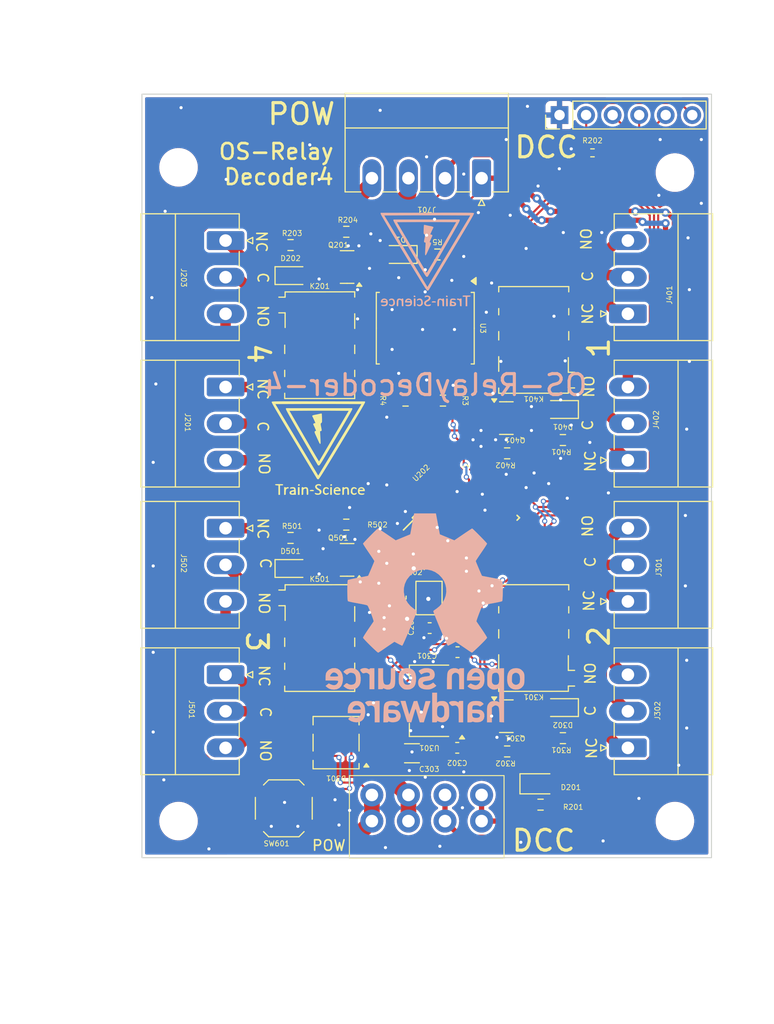
<source format=kicad_pcb>
(kicad_pcb (version 20240108) (generator "pcbnew") (generator_version "8.0")
  (layers (0 "F.Cu" signal) (31 "B.Cu" signal) (34 "B.Paste" user) (35 "F.Paste" user) (36 "B.SilkS" user "B.Silkscreen") (37 "F.SilkS" user "F.Silkscreen") (38 "B.Mask" user) (39 "F.Mask" user) (44 "Edge.Cuts" user))
  (net 0 "")
  (net 1 "GND")
  (net 2 "/MCU/X1")
  (net 3 "/MCU/X2")
  (net 4 "VCC")
  (net 5 "Net-(D201-A)")
  (net 6 "+5V")
  (net 7 "Net-(D1-K)")
  (net 8 "/DCC+power/DCC_B")
  (net 9 "/MCU/LED")
  (net 10 "Net-(D202-A)")
  (net 11 "Net-(D202-K)")
  (net 12 "/DCC+power/P1")
  (net 13 "/DCC+power/P2")
  (net 14 "Net-(D302-K)")
  (net 15 "Net-(D302-A)")
  (net 16 "Net-(D401-A)")
  (net 17 "Net-(D401-K)")
  (net 18 "Net-(D501-K)")
  (net 19 "Net-(D501-A)")
  (net 20 "Net-(J201-Pin_2)")
  (net 21 "Net-(J201-Pin_3)")
  (net 22 "Net-(J201-Pin_1)")
  (net 23 "/MCU/MISO")
  (net 24 "/MCU/MOSI")
  (net 25 "/MCU/Reset")
  (net 26 "Net-(J203-Pin_1)")
  (net 27 "Net-(J203-Pin_3)")
  (net 29 "Net-(J203-Pin_2)")
  (net 30 "Net-(J301-Pin_1)")
  (net 31 "Net-(J301-Pin_3)")
  (net 32 "Net-(J301-Pin_2)")
  (net 33 "Net-(J302-Pin_3)")
  (net 34 "Net-(J302-Pin_1)")
  (net 35 "Net-(J302-Pin_2)")
  (net 36 "Net-(J401-Pin_2)")
  (net 37 "Net-(J401-Pin_1)")
  (net 38 "Net-(J401-Pin_3)")
  (net 39 "Net-(J402-Pin_3)")
  (net 40 "Net-(J402-Pin_2)")
  (net 41 "Net-(J402-Pin_1)")
  (net 42 "Net-(J501-Pin_1)")
  (net 43 "Net-(J501-Pin_2)")
  (net 44 "Net-(J501-Pin_3)")
  (net 45 "Net-(J502-Pin_3)")
  (net 46 "Net-(J502-Pin_1)")
  (net 47 "Net-(J502-Pin_2)")
  (net 48 "/DCC+power/DCC_A")
  (net 49 "Net-(Q201-B)")
  (net 50 "Net-(Q301-B)")
  (net 51 "Net-(Q401-B)")
  (net 52 "Net-(Q501-B)")
  (net 53 "Net-(U3-EN)")
  (net 54 "/DCC+power/DCC")
  (net 55 "/MCU/coil1")
  (net 56 "/MCU/coil2")
  (net 57 "/MCU/coil3")
  (net 58 "/MCU/coil4")
  (net 59 "Net-(SW601-B)")
  (footprint "custom_kicad_lib_sk:R_0603_smalltext" (layer "F.Cu") (at 56.3035 94.301 180)
    (property "Reference" "R3")
    (property "Value" "10k")
  )
  (footprint "Package_TO_SOT_SMD:SOT-23" (layer "F.Cu") (at 47.1315 81.527 180)
    (property "Reference" "Q201")
    (property "Value" "NPN_TOR")
  )
  (footprint "Connector_Phoenix_MC:PhoenixContact_MC_1,5_3-G-3.5_1x03_P3.50mm_Horizontal" (layer "F.Cu") (at 74 113.5 90)
    (property "Reference" "J301")
    (property "Value" "~")
  )
  (footprint "custom_kicad_lib_sk:R_0603_smalltext" (layer "F.Cu") (at 67.781 126.571 180)
    (property "Reference" "R301")
    (property "Value" "100R")
  )
  (footprint "custom_kicad_lib_sk:crystal_arduino" (layer "F.Cu") (at 55.189 113.223 -90)
    (property "Reference" "Y201")
    (property "Value" "Crystal_GND2")
  )
  (footprint "Package_TO_SOT_SMD:SOT-23" (layer "F.Cu") (at 62.3685 124.473)
    (property "Reference" "Q301")
    (property "Value" "NPN_TOR")
  )
  (footprint "MountingHole:MountingHole_3.2mm_M3" (layer "F.Cu") (at 78.5 134.5)
    (property "Reference" "H103" (hide yes))
    (property "Value" "MountingHole")
  )
  (footprint "Resistor_SMD:R_0402_1005Metric_Pad0.72x0.64mm_HandSolder" (layer "F.Cu") (at 70.612 70.612)
    (property "Reference" "R202")
    (property "Value" "10k")
  )
  (footprint "custom_kicad_lib_sk:R_0603_smalltext" (layer "F.Cu") (at 62.447 127.841 180)
    (property "Reference" "R302")
    (property "Value" "1k")
  )
  (footprint "custom_kicad_lib_sk:R_0603_smalltext" (layer "F.Cu") (at 55.772 80.331 180)
    (property "Reference" "R5")
    (property "Value" "1k5")
  )
  (footprint "custom_kicad_lib_sk:R_0603_smalltext" (layer "F.Cu") (at 67.781 98.071 180)
    (property "Reference" "R401")
    (property "Value" "100R")
  )
  (footprint "Capacitor_SMD:C_1206_3216Metric_Pad1.33x1.80mm_HandSolder" (layer "F.Cu") (at 53.34 128.016)
    (property "Reference" "C303")
    (property "Value" "100uF")
  )
  (footprint "custom_kicad_lib_sk:default_switch" (layer "F.Cu") (at 41.073 133.278 180)
    (property "Reference" "SW601")
    (property "Value" "default_switch")
  )
  (footprint "Connector_Phoenix_MC:PhoenixContact_MC_1,5_3-G-3.5_1x03_P3.50mm_Horizontal" (layer "F.Cu") (at 74 127.5 90)
    (property "Reference" "J302")
    (property "Value" "~")
  )
  (footprint "custom_kicad_lib_sk:R_0603_smalltext" (layer "F.Cu") (at 41.719 79.429)
    (property "Reference" "R203")
    (property "Value" "100R")
  )
  (footprint "custom_kicad_lib_sk:R_0603_smalltext" (layer "F.Cu") (at 41.719 107.429)
    (property "Reference" "R501")
    (property "Value" "100R")
  )
  (footprint "Diode_SMD:D_SOD-323" (layer "F.Cu") (at 41.846 82.35)
    (property "Reference" "D202")
    (property "Value" "1N4148WS")
  )
  (footprint "Package_TO_SOT_SMD:SOT-23" (layer "F.Cu") (at 62.3685 95.973)
    (property "Reference" "Q401")
    (property "Value" "NPN_TOR")
  )
  (footprint "Package_TO_SOT_SMD:TO-269AA" (layer "F.Cu") (at 46.075 127 180)
    (property "Reference" "D301")
    (property "Value" "MB10S")
  )
  (footprint "Relay_SMD:Relay_DPDT_Omron_G6K-2F-Y" (layer "F.Cu") (at 44.5 89)
    (property "Reference" "K201")
    (property "Value" "G6K-2F-Y-TR DC12")
  )
  (footprint "Connector_Phoenix_MC:PhoenixContact_MC_1,5_3-G-3.5_1x03_P3.50mm_Horizontal" (layer "F.Cu") (at 35.5 120.5 -90)
    (property "Reference" "J501")
    (property "Value" "~")
  )
  (footprint "Diode_SMD:D_SOD-323" (layer "F.Cu") (at 67.654 95.15 180)
    (property "Reference" "D401")
    (property "Value" "1N4148WS")
  )
  (footprint "Capacitor_SMD:C_0603_1608Metric" (layer "F.Cu") (at 52.268 113.13 90)
    (property "Reference" "C201")
    (property "Value" "12pF")
  )
  (footprint "custom_kicad_lib_sk:connector_3.50mm_4P horizontal_MALE" (layer "F.Cu") (at 54.75 132)
    (property "Reference" "J702" (hide yes))
    (property "Value" "MALE" (hide yes))
  )
  (footprint "Package_QFP:TQFP-32_7x7mm_P0.8mm" (layer "F.Cu") (at 58.5 105.5 45)
    (property "Reference" "U202")
    (property "Value" "ATmega328-A")
  )
  (footprint "Capacitor_SMD:C_0603_1608Metric" (layer "F.Cu") (at 55.03 116.051)
    (property "Reference" "C203")
    (property "Value" "12pF")
  )
  (footprint "Connector_PinHeader_2.54mm:PinHeader_1x06_P2.54mm_Vertical" (layer "F.Cu") (at 67.46 67 90)
    (property "Reference" "J202" (hide yes))
    (property "Value" "ICSP")
  )
  (footprint "Resistor_SMD:R_0603_1608Metric_Pad0.98x0.95mm_HandSolder" (layer "F.Cu") (at 65.6425 132.928)
    (property "Reference" "R201")
    (property "Value" "6k2")
  )
  (footprint "Relay_SMD:Relay_DPDT_Omron_G6K-2F-Y" (layer "F.Cu") (at 44.5 117)
    (property "Reference" "K501")
    (property "Value" "G6K-2F-Y-TR DC12")
  )
  (footprint "Capacitor_SMD:C_0603_1608Metric_Pad1.08x0.95mm_HandSolder" (layer "F.Cu") (at 57.695 118.351 180)
    (property "Reference" "C301")
    (property "Value" "330nF")
  )
  (footprint "Connector_Phoenix_MC:PhoenixContact_MC_1,5_3-G-3.5_1x03_P3.50mm_Horizontal" (layer "F.Cu") (at 74 86 90)
    (property "Reference" "J401")
    (property "Value" "~")
  )
  (footprint "Package_TO_SOT_SMD:SOT-223-3_TabPin2" (layer "F.Cu") (at 55 123 180)
    (property "Reference" "U301")
    (property "Value" "AMS1117-5.0")
  )
  (footprint "Connector_Phoenix_MC:PhoenixContact_MC_1,5_4-G-3.5_1x04_P3.50mm_Horizontal" (layer "F.Cu") (at 60 73.0365 180)
    (property "Reference" "J701")
    (property "Value" "FEMALE")
  )
  (footprint "MountingHole:MountingHole_3.2mm_M3" (layer "F.Cu") (at 78.5 72.5)
    (property "Reference" "H102" (hide yes))
    (property "Value" "MountingHole")
  )
  (footprint "Relay_SMD:Relay_DPDT_Omron_G6K-2F-Y" (layer "F.Cu") (at 65 88.5 180)
    (property "Reference" "K401")
    (property "Value" "G6K-2F-Y-TR DC12")
  )
  (footprint "custom_kicad_lib_sk:R_0603_smalltext" (layer "F.Cu") (at 52.724 94.301 180)
    (property "Reference" "R4")
    (property "Value" "10k")
  )
  (footprint "Connector_Phoenix_MC:PhoenixContact_MC_1,5_3-G-3.5_1x03_P3.50mm_Horizontal" (layer "F.Cu") (at 35.5 106.5 -90)
    (property "Reference" "J502")
    (property "Value" "~")
  )
  (footprint "Diode_SMD:D_SOD-323" (layer "F.Cu") (at 67.654 123.65 180)
    (property "Reference" "D302")
    (property "Value" "1N4148WS")
  )
  (footprint "MountingHole:MountingHole_3.2mm_M3" (layer "F.Cu") (at 31 72)
    (property "Reference" "H101" (hide yes))
    (property "Value" "MountingHole")
  )
  (footprint "Capacitor_SMD:C_0402_1005Metric" (layer "F.Cu") (at 54.690589 110.123589 135)
    (property "Reference" "C202")
    (property "Value" "100nF")
  )
  (footprint "LED_SMD:LED_0805_2012Metric_Pad1.15x1.40mm_HandSolder" (layer "F.Cu") (at 65.532 130.937)
    (property "Reference" "D201")
    (property "Value" "LED")
  )
  (footprint "Capacitor_SMD:C_0603_1608Metric_Pad1.08x0.95mm_HandSolder" (layer "F.Cu") (at 57.6685 127.495 180)
    (property "Reference" "C302")
    (property "Value" "100nF")
  )
  (footprint "MountingHole:MountingHole_3.2mm_M3" (layer "F.Cu") (at 31 134.5)
    (property "Reference" "H104" (hide yes))
    (property "Value" "MountingHole")
  )
  (footprint "Connector_Phoenix_MC:PhoenixContact_MC_1,5_3-G-3.5_1x03_P3.50mm_Horizontal" (layer "F.Cu") (at 35.5 79 -90)
    (property "Reference" "J203")
    (property "Value" "~")
  )
  (footprint "Diode_SMD:D_SOD-323" (layer "F.Cu") (at 52.216 80.331 180)
    (property "Reference" "D1")
    (property "Value" "D")
  )
  (footprint "custom_kicad_lib_sk:R_0603_smalltext" (layer "F.Cu") (at 62.447 99.341 180)
    (property "Reference" "R402")
    (property "Value" "1k")
  )
  (footprint "Relay_SMD:Relay_DPDT_Omron_G6K-2F-Y" (layer "F.Cu") (at 65 117 180)
    (property "Reference" "K301")
    (property "Value" "G6K-2F-Y-TR DC12")
  )
  (footprint "custom_kicad_lib_sk:R_0603_smalltext" (layer "F.Cu") (at 47.053 78.159)
    (property "Reference" "R204")
    (property "Value" "1k")
  )
  (footprint "Package_TO_SOT_SMD:SOT-23" (layer "F.Cu") (at 47.1315 109.527 180)
    (property "Reference" "Q501")
    (property "Value" "NPN_TOR")
  )
  (footprint "Connector_Phoenix_MC:PhoenixContact_MC_1,5_3-G-3.5_1x03_P3.50mm_Horizontal" (layer "F.Cu") (at 74 100 90)
    (property "Reference" "J402")
    (property "Value" "~")
  )
  (footprint "custom_kicad_lib_sk:R_0603_smalltext" (layer "F.Cu") (at 47.053 106.159)
    (property "Reference" "R502")
    (property "Value" "1k")
  )
  (footprint "Connector_Phoenix_MC:PhoenixContact_MC_1,5_3-G-3.5_1x03_P3.50mm_Horizontal" (layer "F.Cu") (at 35.5 93 -90)
    (property "Reference" "J201")
    (property "Value" "~")
  )
  (footprint "Diode_SMD:D_SOD-323" (layer "F.Cu") (at 41.846 110.35)
    (property "Reference" "D501")
    (property "Value" "1N4148WS")
  )
  (footprint "Package_SO:SOP-8_6.62x9.15mm_P2.54mm" (layer "F.Cu") (at 54.61 87.376 -90)
    (property "Reference" "U3")
    (property "Value" "6N137")
  )
  (footprint "custom_kicad_lib_sk:Train-Science logo small" (layer "F.Cu") (at 44.45 98.933)
    (property "Reference" "G***" (hide yes))
    (property "Value" "LOGO" (hide yes))
  )
  (footprint "Symbol:OSHW-Logo_19x20mm_SilkScreen" (layer "B.Cu") (at 54.61 115.062 180)
    (property "Reference" "REF**" (hide yes))
    (property "Value" "OSHW-Logo_19x20mm_SilkScreen" (hide yes))
  )
  (footprint "custom_kicad_lib_sk:Train-Science logo small" (layer "B.Cu") (at 54.737 80.899 180)
    (property "Reference" "G***" (hide yes))
    (property "Value" "LOGO" (hide yes))
  )
  (gr_rect (start 27.5 65) (end 82 138) (stroke (width 0.1)) (fill none) (layer "Edge.Cuts"))
  (gr_text "OS-RelayDecoder-4" (at 54.61 93.98 0) (layer "B.SilkS") (effects (font (size 2 2) (thickness 0.3)) (justify bottom mirror)))
  (gr_text "NC" (at 70.866 114.554 90) (layer "F.SilkS") (effects (font (size 1 1)) (justify left bottom)))
  (gr_text "NO" (at 70.993 121.539 90) (layer "F.SilkS") (effects (font (size 1 1)) (justify left bottom)))
  (gr_text "NO" (at 70.866 94.107 90) (layer "F.SilkS") (effects (font (size 1 1)) (justify left bottom)))
  (gr_text "POW" (at 43.688 137.414 0) (layer "F.SilkS") (effects (font (size 1 1)) (justify left bottom)))
  (gr_text "C" (at 38.481 82.55 270) (layer "F.SilkS") (effects (font (size 1 1)) (justify bottom)))
  (gr_text "DCC" (at 62.738 137.541 0) (layer "F.SilkS") (effects (font (size 2 2) (thickness 0.3)) (justify left bottom)))
  (gr_text "C" (at 70.739 82.423 90) (layer "F.SilkS") (effects (font (size 1 1)) (justify bottom)))
  (gr_text "NC" (at 38.608 119.507 -90) (layer "F.SilkS") (effects (font (size 1 1)) (justify left bottom)))
  (gr_text "NC" (at 70.739 87.122 90) (layer "F.SilkS") (effects (font (size 1 1)) (justify left bottom)))
  (gr_text "NO" (at 38.608 99.187 270) (layer "F.SilkS") (effects (font (size 1 1)) (justify left bottom)))
  (gr_text "OS-Relay\nDecoder4" (at 45.974 73.787 0) (layer "F.SilkS") (effects (font (size 1.5 1.5) (thickness 0.25) (bold yes)) (justify right bottom)))
  (gr_text "NO" (at 38.481 85.09 270) (layer "F.SilkS") (effects (font (size 1 1)) (justify left bottom)))
  (gr_text "C" (at 38.481 96.774 270) (layer "F.SilkS") (effects (font (size 1 1)) (justify bottom)))
  (gr_text "DCC" (at 62.992 71.247 0) (layer "F.SilkS") (effects (font (size 2 2) (thickness 0.3)) (justify left bottom)))
  (gr_text "NC" (at 38.481 92.075 -90) (layer "F.SilkS") (effects (font (size 1 1)) (justify left bottom)))
  (gr_text "NO" (at 38.735 126.619 270) (layer "F.SilkS") (effects (font (size 1 1)) (justify left bottom)))
  (gr_text "NO" (at 70.612 80.01 90) (layer "F.SilkS") (effects (font (size 1 1)) (justify left bottom)))
  (gr_text "NC" (at 38.354 77.978 -90) (layer "F.SilkS") (effects (font (size 1 1)) (justify left bottom)))
  (gr_text "NO" (at 38.608 112.522 270) (layer "F.SilkS") (effects (font (size 1 1)) (justify left bottom)))
  (gr_text "2" (at 72.39 117.983 90) (layer "F.SilkS") (effects (font (size 2 2) (thickness 0.3)) (justify left bottom)))
  (gr_text "NC" (at 38.481 105.41 -90) (layer "F.SilkS") (effects (font (size 1 1)) (justify left bottom)))
  (gr_text "NC" (at 71.12 128.651 90) (layer "F.SilkS") (effects (font (size 1 1)) (justify left bottom)))
  (gr_text "3" (at 37.338 116.205 -90) (layer "F.SilkS") (effects (font (size 2 2) (thickness 0.3)) (justify left bottom)))
  (gr_text "C" (at 70.993 109.728 90) (layer "F.SilkS") (effects (font (size 1 1)) (justify bottom)))
  (gr_text "NC" (at 70.993 101.219 90) (layer "F.SilkS") (effects (font (size 1 1)) (justify left bottom)))
  (gr_text "C" (at 38.735 124.079 270) (layer "F.SilkS") (effects (font (size 1 1)) (justify bottom)))
  (gr_text "1" (at 72.39 90.424 90) (layer "F.SilkS") (effects (font (size 2 2) (thickness 0.3)) (justify left bottom)))
  (gr_text "C" (at 70.739 96.647 90) (layer "F.SilkS") (effects (font (size 1 1)) (justify bottom)))
  (gr_text "POW" (at 39.37 68.072 0) (layer "F.SilkS") (effects (font (size 2 2) (thickness 0.3)) (justify left bottom)))
  (gr_text "C" (at 70.993 123.952 90) (layer "F.SilkS") (effects (font (size 1 1)) (justify bottom)))
  (gr_text "4" (at 37.465 88.646 270) (layer "F.SilkS") (effects (font (size 2 2) (thickness 0.3)) (justify left bottom)))
  (gr_text "C" (at 38.735 109.855 270) (layer "F.SilkS") (effects (font (size 1 1)) (justify bottom)))
  (gr_text "NO" (at 70.739 107.442 90) (layer "F.SilkS") (effects (font (size 1 1)) (justify left bottom)))
  (segment (start 54.255 116.051) (end 54.255 114.509) (width 0.25) (layer "F.Cu") (net 1))
  (segment (start 51.181 113.919) (end 52.254 113.919) (width 0.2) (layer "F.Cu") (net 1))
  (segment (start 52.871 115.162) (end 53.76 116.051) (width 0.2) (layer "F.Cu") (net 1))
  (segment (start 54.483 116.279) (end 54.255 116.051) (width 0.2) (layer "F.Cu") (net 1))
  (segment (start 54.903 113.257) (end 54.903 113.389) (width 0.25) (layer "F.Cu") (net 1))
  (segment (start 56.806 127.495) (end 57.163 127.495) (width 0.2) (layer "F.Cu") (net 1))
  (segment (start 54.255 114.509) (end 54.019 114.273) (width 0.25) (layer "F.Cu") (net 1))
  (segment (start 54.483 116.967) (end 54.483 116.279) (width 0.2) (layer "F.Cu") (net 1))
  (segment (start 55.777639 108.788047) (end 54.781508 109.784178) (width 0.2) (layer "F.Cu") (net 1))
  (segment (start 56.769 107.696) (end 56.769 107.796686) (width 0.2) (layer "F.Cu") (net 1))
  (segment (start 54.903 113.389) (end 54.019 114.273) (width 0.25) (layer "F.Cu") (net 1))
  (segment (start 54.781508 109.784178) (end 54.351178 109.784178) (width 0.2) (layer "F.Cu") (net 1))
  (segment (start 54.646268 107.656676) (end 54.646268 107.532732) (width 0.2) (layer "F.Cu") (net 1))
  (segment (start 52.871 115.162) (end 52.578 114.869) (width 0.2) (layer "F.Cu") (net 1))
  (segment (start 52.578 114.215) (end 52.268 113.905) (width 0.2) (layer "F.Cu") (net 1))
  (segment (start 55.035 113.257) (end 54.903 113.257) (width 0.25) (layer "F.Cu") (net 1))
  (segment (start 60.96 124.952) (end 61.431 125.423) (width 0.5) (layer "F.Cu") (net 1))
  (segment (start 53.76 116.051) (end 54.255 116.051) (width 0.2) (layer "F.Cu") (net 1))
  (segment (start 53.651 113.905) (end 54.019 114.273) (width 0.25) (layer "F.Cu") (net 1))
  (segment (start 52.871 115.162) (end 53.13 115.162) (width 0.2) (layer "F.Cu") (net 1))
  (segment (start 58.15 126.508) (end 58.15 125.3) (width 0.2) (layer "F.Cu") (net 1))
  (segment (start 53.467 108.835944) (end 54.646268 107.656676) (width 0.2) (layer "F.Cu") (net 1))
  (segment (start 61.222361 102.211953) (end 61.110047 102.211953) (width 0.2) (layer "F.Cu") (net 1))
  (segment (start 61.491047 102.211953) (end 62.357 101.346) (width 0.2) (layer "F.Cu") (net 1))
  (segment (start 56.769 107.796686) (end 55.777639 108.788047) (width 0.2) (layer "F.Cu") (net 1))
  (segment (start 54.646268 107.532732) (end 55.753 106.426) (width 0.2) (layer "F.Cu") (net 1))
  (segment (start 57.163 127.495) (end 58.15 126.508) (width 0.2) (layer "F.Cu") (net 1))
  (segment (start 52.254 113.919) (end 52.268 113.905) (width 0.2) (layer "F.Cu") (net 1))
  (segment (start 60.96 124.46) (end 60.96 124.952) (width 0.5) (layer "F.Cu") (net 1))
  (segment (start 52.268 113.905) (end 53.651 113.905) (width 0.25) (layer "F.Cu") (net 1))
  (segment (start 61.110047 102.211953) (end 60.071 103.251) (width 0.2) (layer "F.Cu") (net 1))
  (segment (start 55.919 112.373) (end 55.035 113.257) (width 0.25) (layer "F.Cu") (net 1))
  (segment (start 53.467 108.966) (end 53.467 108.835944) (width 0.2) (layer "F.Cu") (net 1))
  (segment (start 55.919 112.073) (end 55.919 112.373) (width 0.25) (layer "F.Cu") (net 1))
  (segment (start 53.13 115.162) (end 54.019 114.273) (width 0.2) (layer "F.Cu") (net 1))
  (segment (start 52.578 114.869) (end 52.578 114.215) (width 0.2) (layer "F.Cu") (net 1))
  (segment (start 61.222361 102.211953) (end 61.491047 102.211953) (width 0.2) (layer "F.Cu") (net 1))
  (via (at 54.737 70.993) (size 0.5) (drill 0.3) (layers "F.Cu" "B.Cu") (net 1))
  (via (at 64.262 79.756) (size 0.5) (drill 0.3) (layers "F.Cu" "B.Cu") (net 1))
  (via (at 42.418 135.001) (size 0.5) (drill 0.3) (layers "F.Cu" "B.Cu") (net 1))
  (via (at 50.292 78.994) (size 0.5) (drill 0.3) (layers "F.Cu" "B.Cu") (net 1))
  (via (at 47.371 133.477) (size 0.5) (drill 0.3) (layers "F.Cu" "B.Cu") (net 1))
  (via (at 54.61 130.302) (size 0.5) (drill 0.3) (layers "F.Cu" "B.Cu") (net 1))
  (via (at 28.575 125.984) (size 0.5) (drill 0.3) (layers "F.Cu" "B.Cu") (net 1))
  (via (at 50.8 137.033) (size 0.5) (drill 0.3) (layers "F.Cu" "B.Cu") (net 1))
  (via (at 75.057 132.334) (size 0.5) (drill 0.3) (layers "F.Cu" "B.Cu") (net 1))
  (via (at 58.293 72.644) (size 0.5) (drill 0.3) (layers "F.Cu" "B.Cu") (net 1))
  (via (at 47.371 104.521) (size 0.5) (drill 0.3) (layers "F.Cu" "B.Cu") (net 1))
  (via (at 64.77 97.155) (size 0.5) (drill 0.3) (layers "F.Cu" "B.Cu") (net 1))
  (via (at 44.831 108.458) (size 0.5) (drill 0.3) (layers "F.Cu" "B.Cu") (net 1))
  (via (at 79.502 105.283) (size 0.5) (drill 0.3) (layers "F.Cu" "B.Cu") (net 1))
  (via (at 48.26 79.502) (size 0.5) (drill 0.3) (layers "F.Cu" "B.Cu") (net 1))
  (via (at 50.165 111.76) (size 0.5) (drill 0.3) (layers "F.Cu" "B.Cu") (net 1))
  (via (at 29.718 76.2) (size 0.5) (drill 0.3) (layers "F.Cu" "B.Cu") (net 1))
  (via (at 60.96 83.058) (size 0.5) (drill 0.3) (layers "F.Cu" "B.Cu") (net 1))
  (via (at 53.086 129.667) (size 0.5) (drill 0.3) (layers "F.Cu" "B.Cu") (net 1))
  (via (at 55.372 119.253) (size 0.5) (drill 0.3) (layers "F.Cu" "B.Cu") (net 1))
  (via (at 28.575 110.109) (size 0.5) (drill 0.3) (layers "F.Cu" "B.Cu") (net 1))
  (via (at 28.448 84.455) (size 0.5) (drill 0.3) (layers "F.Cu" "B.Cu") (net 1))
  (via (at 78.867 129.159) (size 0.5) (drill 0.3) (layers "F.Cu" "B.Cu") (net 1))
  (via (at 28.829 92.71) (size 0.5) (drill 0.3) (layers "F.Cu" "B.Cu") (net 1))
  (via (at 79.883 83.693) (size 0.5) (drill 0.3) (layers "F.Cu" "B.Cu") (net 1))
  (via (at 56.261 125.476) (size 0.5) (drill 0.3) (layers "F.Cu" "B.Cu") (net 1))
  (via (at 53.213 125.857) (size 0.5) (drill 0.3) (layers "F.Cu" "B.Cu") (net 1))
  (via (at 51.943 106.045) (size 0.5) (drill 0.3) (layers "F.Cu" "B.Cu") (net 1))
  (via (at 41.148 132.715) (size 0.5) (drill 0.3) (layers "F.Cu" "B.Cu") (net 1))
  (via (at 57.658 102.997) (size 0.5) (drill 0.3) (layers "F.Cu" "B.Cu") (net 1))
  (via (at 56.769 107.696) (size 0.5) (drill 0.3) (layers "F.Cu" "B.Cu") (net 1))
  (via (at 33.909 137.16) (size 0.5) (drill 0.3) (layers "F.Cu" "B.Cu") (net 1))
  (via (at 65.024 101.219) (size 0.5) (drill 0.3) (layers "F.Cu" "B.Cu") (net 1))
  (via (at 50.927 109.855) (size 0.5) (drill 0.3) (layers "F.Cu" "B.Cu") (net 1))
  (via (at 56.007 136.906) (size 0.5) (drill 0.3) (layers "F.Cu" "B.Cu") (net 1))
  (via (at 50.927 95.885) (size 0.5) (drill 0.3) (layers "F.Cu" "B.Cu") (net 1))
  (via (at 50.165 108.712) (size 0.5) (drill 0.3) (layers "F.Cu" "B.Cu") (net 1))
  (via (at 63.754 136.525) (size 0.5) (drill 0.3) (layers "F.Cu" "B.Cu") (net 1))
  (via (at 51.435 85.598) (size 0.5) (drill 0.3) (layers "F.Cu" "B.Cu") (net 1))
  (via (at 43.561 69.85) (size 0.5) (drill 0.3) (layers "F.Cu" "B.Cu") (net 1))
  (via (at 59.944 98.679) (size 0.5) (drill 0.3) (layers "F.Cu" "B.Cu") (net 1))
  (via (at 44.45 106.68) (size 0.5) (drill 0.3) (layers "F.Cu" "B.Cu") (net 1))
  (via (at 67.564 94.234) (size 0.5) (drill 0.3) (layers "F.Cu" "B.Cu") (net 1))
  (via (at 54.597969 83.903129) (size 0.5) (drill 0.3) (layers "F.Cu" "B.Cu") (net 1))
  (via (at 59.182 98.044) (size 0.5) (drill 0.3) (layers "F.Cu" "B.Cu") (net 1))
  (via (at 71.501 78.232) (size 0.5) (drill 0.3) (layers "F.Cu" "B.Cu") (net 1))
  (via (at 44.45 110.871) (size 0.5) (drill 0.3) (layers "F.Cu" "B.Cu") (net 1))
  (via (at 45.974 132.461) (size 0.5) (drill 0.3) (layers "F.Cu" "B.Cu") (net 1))
  (via (at 52.705 104.902) (size 0.5) (drill 0.3) (layers "F.Cu" "B.Cu") (net 1))
  (via (at 58.166 133.223) (size 0.5) (drill 0.3) (layers "F.Cu" "B.Cu") (net 1))
  (via (at 76.962 74.676) (size 0.5) (drill 0.3) (layers "F.Cu" "B.Cu") (net 1))
  (via (at 62.357 98.044) (size 0.5) (drill 0.3) (layers "F.Cu" "B.Cu") (net 1))
  (via (at 59.944 97.155) (size 0.5) (drill 0.3) (layers "F.Cu" "B.Cu") (net 1))
  (via (at 49.403 78.359) (size 0.5) (drill 0.3) (layers "F.Cu" "B.Cu") (net 1))
  (via (at 57.404 87.503) (size 0.5) (drill 0.3) (layers "F.Cu" "B.Cu") (net 1))
  (via (at 51.435 89.408) (size 0.5) (drill 0.3) (layers "F.Cu" "B.Cu") (net 1))
  (via (at 31.242 66.294) (size 0.5) (drill 0.3) (layers "F.Cu" "B.Cu") (net 1))
  (via (at 64.262 102.616) (size 0.5) (drill 0.3) (layers "F.Cu" "B.Cu") (net 1))
  (via (at 60.071 103.251) (size 0.5) (drill 0.3) (layers "F.Cu" "B.Cu") (net 1))
  (via (at 55.753 106.426) (size 0.5) (drill 0.3) (layers "F.Cu" "B.Cu") (net 1))
  (via (at 66.929 86.233) (size 0.5) (drill 0.3) (layers "F.Cu" "B.Cu") (net 1))
  (via (at 68.199 103.632) (size 0.5) (drill 0.3) (layers "F.Cu" "B.Cu") (net 1))
  (via (at 50.292 106.553) (size 0.5) (drill 0.3) (layers "F.Cu" "B.Cu") (net 1))
  (via (at 79.502 112.014) (size 0.5) (drill 0.3) (layers "F.Cu" "B.Cu") (net 1))
  (via (at 52.871 115.162) (size 0.8) (drill 0.4) (layers "F.Cu" "B.Cu") (net 1))
  (via (at 50.927 102.362) (size 0.5) (drill 0.3) (layers "F.Cu" "B.Cu") (net 1))
  (via (at 49.657 123.19) (size 0.5) (drill 0.3) (layers "F.Cu" "B.Cu") (net 1))
  (via (at 65.405 73.787) (size 0.5) (drill 0.3) (layers "F.Cu" "B.Cu") (net 1))
  (via (at 61.849 90.551) (size 0.5) (drill 0.3) (layers "F.Cu" "B.Cu") (net 1))
  (via (at 53.506 110.336) (size 0.8) (drill 0.4) (layers "F.Cu" "B.Cu") (net 1))
  (via (at 46.863 107.315) (size 0.5) (drill 0.3) (layers "F.Cu" "B.Cu") (net 1))
  (via (at 59.69 76.327) (size 0.5) (drill 0.3) (layers "F.Cu" "B.Cu") (net 1))
  (via (at 44.45 82.677) (size 0.5) (drill 0.3) (layers "F.Cu" "B.Cu") (net 1))
  (via (at 57.277 92.837) (size 0.5) (drill 0.3) (layers "F.Cu" "B.Cu") (net 1))
  (via (at 81.026 69.342) (size 0.5) (drill 0.3) (layers "F.Cu" "B.Cu") (net 1))
  (via (at 69.215 93.726) (size 0.5) (drill 0.3) (layers "F.Cu" "B.Cu") (net 1))
  (via (at 62.738 76.581) (size 0.5) (drill 0.3) (layers "F.Cu" "B.Cu") (net 1))
  (via (at 53.467 108.966) (size 0.5) (drill 0.3) (layers "F.Cu" "B.Cu") (net 1))
  (via (at 68.58 70.231) (size 0.5) (drill 0.3) (layers "F.Cu" "B.Cu") (net 1))
  (via (at 64.389 66.167) (size 0.5) (drill 0.3) (layers "F.Cu" "B.Cu") (net 1))
  (via (at 54.737 78.486) (size 0.5) (drill 0.3) (layers "F.Cu" "B.Cu") (net 1))
  (via (at 68 90.5) (size 0.5) (drill 0.3) (layers "F.Cu" "B.Cu") (net 1))
  (via (at 35.56 73.152) (size 0.5) (drill 0.3) (layers "F.Cu" "B.Cu") (net 1))
  (via (at 48.133 86.487) (size 0.5) (drill 0.3) (layers "F.Cu" "B.Cu") (net 1))
  (via (at 49.276 81.661) (size 0.5) (drill 0.3) (layers "F.Cu" "B.Cu") (net 1))
  (via (at 68.58 96.647) (size 0.5) (drill 0.3) (layers "F.Cu" "B.Cu") (net 1))
  (via (at 61.087 93.599) (size 0.5) (drill 0.3) (layers "F.Cu" "B.Cu") (net 1))
  (via (at 49.149 124.333) (size 0.5) (drill 0.3) (layers "F.Cu" "B.Cu") (net 1))
  (via (at 46.355 134.874) (size 0.5) (drill 0.3) (layers "F.Cu" "B.Cu") (net 1))
  (via (at 58.293 129.794) (size 0.5) (drill 0.3) (layers "F.Cu" "B.Cu") (net 1))
  (via (at 57.15 82.804) (size 0.5) (drill 0.3) (layers "F.Cu" "B.Cu") (net 1))
  (via (at 47.244 79.502) (size 0.5) (drill 0.3) (layers "F.Cu" "B.Cu") (net 1))
  (via (at 79.629 119.126) (size 0.5) (drill 0.3) (layers "F.Cu" "B.Cu") (net 1))
  (via (at 79.629 125.603) (size 0.5) (drill 0.3) (layers "F.Cu" "B.Cu") (net 1))
  (via (at 54.61 81.788) (size 0.5) (drill 0.3) (layers "F.Cu" "B.Cu") (net 1))
  (via (at 79.629 97.028) (size 0.5) (drill 0.3) (layers "F.Cu" "B.Cu") (net 1))
  (via (at 62.357 69.342) (size 0.5) (drill 0.3) (layers "F.Cu" "B.Cu") (net 1))
  (via (at 60.325 104.775) (size 0.5) (drill 0.3) (layers "F.Cu" "B.Cu") (net 1))
  (via (at 48.133 83.693) (size 0.5) (drill 0.3) (layers "F.Cu" "B.Cu") (net 1))
  (via (at 54.737 92.329) (size 0.5) (drill 0.3) (layers "F.Cu" "B.Cu") (net 1))
  (via (at 77.089 69.342) (size 0.5) (drill 0.3) (layers "F.Cu" "B.Cu") (net 1))
  (via (at 54.903 113.257) (size 0.8) (drill 0.4) (layers "F.Cu" "B.Cu") (net 1))
  (via (at 81.026 75.438) (size 0.5) (drill 0.3) (layers "F.Cu" "B.Cu") (net 1))
  (via (at 29.591 130.556) (size 0.5) (drill 0.3) (layers "F.Cu" "B.Cu") (net 1))
  (via (at 62.357 101.346) (size 0.5) (drill 0.3) (layers "F.Cu" "B.Cu") (net 1))
  (via (at 61.341 98.044) (size 0.5) (drill 0.3) (layers "F.Cu" "B.Cu") (net 1))
  (via (at 48.387 111.633) (size 0.5) (drill 0.3) (layers "F.Cu" "B.Cu") (net 1))
  (via (at 53.34 127.889) (size 0.5) (drill 0.3) (layers "F.Cu" "B.Cu") (net 1))
  (via (at 50.292 66.548) (size 0.5) (drill 0.3) (layers "F.Cu" "B.Cu") (net 1))
  (via (at 79.756 78.74) (size 0.5) (drill 0.3) (layers "F.Cu" "B.Cu") (net 1))
  (via (at 54.356 87.503) (size 0.5) (drill 0.3) (layers "F.Cu" "B.Cu") (net 1))
  (via (at 54.229 124.079) (size 0.5) (drill 0.3) (layers "F.Cu" "B.Cu") (net 1))
  (via (at 51.181 113.919) (size 0.5) (drill 0.3) (layers "F.Cu" "B.Cu") (net 1))
  (via (at 28.575 100.203) (size 0.5) (drill 0.3) (layers "F.Cu" "B.Cu") (net 1))
  (via (at 61.468 126.492) (size 0.5) (drill 0.3) (layers "F.Cu" "B.Cu") (net 1))
  (via (at 58.293 80.518) (size 0.5) (drill 0.3) (layers "F.Cu" "B.Cu") (net 1))
  (via (at 71.628 136.398) (size 0.5) (drill 0.3) (layers "F.Cu" "B.Cu") (net 1))
  (via (at 79.883 90.551) (size 0.5) (drill 0.3) (layers "F.Cu" "B.Cu") (net 1))
  (via (at 55.499 76.962) (size 0.5) (drill 0.3) (layers "F.Cu" "B.Cu") (net 1))
  (via (at 39.878 135.001) (size 0.5) (drill 0.3) (layers "F.Cu" "B.Cu") (net 1))
  (via (at 64.77 94.869) (size 0.5) (drill 0.3) (layers "F.Cu" "B.Cu") (net 1))
  (via (at 54.483 116.967) (size 0.5) (drill 0.3) (layers "F.Cu" "B.Cu") (net 1))
  (via (at 60.96 124.46) (size 0.5) (drill 0.3) (layers "F.Cu" "B.Cu") (net 1))
  (via (at 52.07 82.55) (size 0.5) (drill 0.3) (layers "F.Cu" "B.Cu") (net 1))
  (via (at 62.611 126.619) (size 0.5) (drill 0.3) (layers "F.Cu" "B.Cu") (net 1))
  (via (at 72.136 103.124) (size 0.5) (drill 0.3) (layers "F.Cu" "B.Cu") (net 1))
  (via (at 52.07 91.694) (size 0.5) (drill 0.3) (layers "F.Cu" "B.Cu") (net 1))
  (via (at 47.879 107.569) (size 0.5) (drill 0.3) (layers "F.Cu" "B.Cu") (net 1))
  (via (at 60.452 85.852) (size 0.5) (drill 0.3) (layers "F.Cu" "B.Cu") (net 1))
  (via (at 70.358 98.298) (size 0.5) (drill 0.3) (layers "F.Cu" "B.Cu") (net 1))
  (via (at 44.45 73.152) (size 0.5) (drill 0.3) (layers "F.Cu" "B.Cu") (net 1))
  (via (at 49.276 114.554) (size 0.5) (drill 0.3) (layers "F.Cu" "B.Cu") (net 1))
  (via (at 67.564 99.822) (size 0.5) (drill 0.3) (layers "F.Cu" "B.Cu") (net 1))
  (via (at 66.421 102.235) (size 0.5) (drill 0.3) (layers "F.Cu" "B.Cu") (net 1))
  (via (at 28.575 118.364) (size 0.5) (drill 0.3) (layers "F.Cu" "B.Cu") (net 1))
  (via (at 67.437 72.136) (size 0.5) (drill 0.3) (layers "F.Cu" "B.Cu") (net 1))
  (via (at 49.149 102.235) (size 0.5) (drill 0.3) (layers "F.Cu" "B.Cu") (net 1))
  (via (at 53.594 119.253) (size 0.5) (drill 0.3) (layers "F.Cu" "B.Cu") (net 1))
  (via (at 67.818 78.232) (size 0.5) (drill 0.3) (layers "F.Cu" "B.Cu") (net 1))
  (segment (start 54.2756 112.073) (end 54.019 112.073) (width 0.25) (layer "F.Cu") (net 2))
  (segment (start 53.737 112.355) (end 54.019 112.073) (width 0.25) (layer "F.Cu") (net 2))
  (segment (start 56.19403 110.634397) (end 55.714203 110.634397) (width 0.25) (layer "F.Cu") (net 2))
  (segment (start 55.714203 110.634397) (end 54.2756 112.073) (width 0.25) (layer "F.Cu") (net 2))
  (segment (start 52.268 112.355) (end 53.737 112.355) (width 0.25) (layer "F.Cu") (net 2))
  (segment (start 56.90901 109.919417) (end 56.19403 110.634397) (width 0.25) (layer "F.Cu") (net 2))
  (segment (start 55.805 116.051) (end 55.805 114.387) (width 0.25) (layer "F.Cu") (net 3))
  (segment (start 57.474695 111.733) (end 57.474695 112.590305) (width 0.25) (layer "F.Cu") (net 3))
  (segment (start 57.474695 112.590305) (end 55.919 114.146) (width 0.25) (layer "F.Cu") (net 3))
  (segment (start 57.951 110.961408) (end 57.951 111.256695) (width 0.25) (layer "F.Cu") (net 3))
  (segment (start 57.474695 110.485103) (end 57.951 110.961408) (width 0.25) (layer "F.Cu") (net 3))
  (segment (start 57.951 111.256695) (end 57.474695 111.733) (width 0.25) (layer "F.Cu") (net 3))
  (segment (start 55.805 114.387) (end 55.919 114.273) (width 0.25) (layer "F.Cu") (net 3))
  (segment (start 64.86752 119.5) (end 61 119.5) (width 0.2) (layer "F.Cu") (net 4))
  (segment (start 59.182 113.068) (end 59.182 117.818) (width 0.2) (layer "F.Cu") (net 4))
  (segment (start 58.649 118.351) (end 58.5575 118.351) (width 0.2) (layer "F.Cu") (net 4))
  (segment (start 43.259361 106.802639) (end 43.259361 106.505361) (width 0.2) (layer "F.Cu") (net 4))
  (segment (start 59.182 117.818) (end 58.649 118.351) (width 0.2) (layer "F.Cu") (net 4))
  (segment (start 49.003 87.503) (end 49.775 88.275) (width 0.2) (layer "F.Cu") (net 4))
  (segment (start 47.1 115.6) (end 52.1 115.6) (width 0.2) (layer "F.Cu") (net 4))
  (segment (start 67.98 127.346) (end 66.389278 127.346) (width 0.2) (layer "F.Cu") (net 4))
  (segment (start 66.44 108.034518) (end 62.474518 112) (width 0.2) (layer "F.Cu") (net 4))
  (segment (start 47.275722 102.489) (end 43.259361 106.505361) (width 0.2) (layer "F.Cu") (net 4))
  (segment (start 49.775 88.275) (end 49.775 100.085) (width 0.2) (layer "F.Cu") (net 4))
  (segment (start 66.081 125.630686) (end 68.1 123.611686) (width 0.2) (layer "F.Cu") (net 4))
  (segment (start 68.1 122.73248) (end 64.86752 119.5) (width 0.2) (layer "F.Cu") (net 4))
  (segment (start 66.389278 127.346) (end 66.081 127.037722) (width 0.2) (layer "F.Cu") (net 4))
  (segment (start 42.291 82.06852) (end 42.291 82.63148) (width 0.2) (layer "F.Cu") (net 4))
  (segment (start 50.55 121.261358) (end 51.542358 120.269) (width 0.2) (layer "F.Cu") (net 4))
  (segment (start 58.5575 118.351) (end 58.5575 118.5575) (width 0.2) (layer "F.Cu") (net 4))
  (segment (start 66.929 105.824695) (end 66.44 106.313695) (width 0.2) (layer "F.Cu") (net 4))
  (segment (start 44 107.543278) (end 44 108.35952) (width 0.2) (layer "F.Cu") (net 4))
  (segment (start 68.6935 101.779195) (end 68.6935 98.071) (width 0.2) (layer "F.Cu") (net 4))
  (segment (start 43.285361 106.828639) (end 43.259361 106.802639) (width 0.2) (layer "F.Cu") (net 4))
  (segment (start 43.259361 106.505361) (end 43.110722 106.654) (width 0.2) (layer "F.Cu") (net 4))
  (segment (start 59.32075 119.11425) (end 58.5575 118.351) (width 0.2) (layer "F.Cu") (net 4))
  (segment (start 42.296 110.796) (end 47.1 115.6) (width 0.2) (layer "F.Cu") (net 4))
  (segment (start 68.1 123.611686) (end 68.1 122.73248) (width 0.2) (layer "F.Cu") (net 4))
  (segment (start 43.110722 78.654) (end 43.553315 79.096593) (width 0.2) (layer "F.Cu") (net 4))
  (segment (start 58.15 118.965) (end 58.15 120.7) (width 0.2) (layer "F.Cu") (net 4))
  (segment (start 51.542358 120.269) (end 57.719 120.269) (width 0.2) (layer "F.Cu") (net 4))
  (segment (start 43.110722 106.654) (end 43.285361 106.828639) (width 0.2) (layer "F.Cu") (net 4))
  (segment (start 65.913 103.924695) (end 66.548 103.924695) (width 0.2) (layer "F.Cu") (net 4))
  (segment (start 50.55 126.87) (end 50.55 121.261358) (width 0.2) (layer "F.Cu") (net 4))
  (segment (start 66.548 103.924695) (end 68.6935 101.779195) (width 0.2) (layer "F.Cu") (net 4))
  (segment (start 49.775 100.085) (end 47.371 102.489) (width 0.2) (layer "F.Cu") (net 4))
  (segment (start 43.553315 80.806205) (end 42.291 82.06852) (width 0.2) (layer "F.Cu") (net 4))
  (segment (start 58.5575 118.5575) (end 58.15 118.965) (width 0.2) (layer "F.Cu") (net 4))
  (segment (start 42.296 110.06352) (end 42.296 110.796) (width 0.2) (layer "F.Cu") (net 4))
  (segment (start 43.285361 106.828639) (end 44 107.543278) (width 0.2) (layer "F.Cu") (net 4))
  (segment (start 43.553315 79.096593) (end 43.553315 80.806205) (width 0.2) (layer "F.Cu") (net 4))
  (segment (start 47.371 102.489) (end 47.275722 102.489) (width 0.2) (layer "F.Cu") (net 4))
  (segment (start 47.16252 87.503) (end 49.003 87.503) (width 0.2) (layer "F.Cu") (net 4))
  (segment (start 66.44 106.313695) (end 66.44 108.034518) (width 0.2) (layer "F.Cu") (net 4))
  (segment (start 44 108.35952) (end 42.296 110.06352) (width 0.2) (layer "F.Cu") (net 4))
  (segment (start 40.8065 79.429) (end 41.5815 78.654) (width 0.2) (layer "F.Cu") (net 4))
  (segment (start 54.076 117.576) (end 57.7825 117.576) (width 0.2) (layer "F.Cu") (net 4))
  (segment (start 40.8065 107.429) (end 41.5815 106.654) (width 0.2) (layer "F.Cu") (net 4))
  (segment (start 49.15 128.27) (end 50.55 126.87) (width 0.2) (layer "F.Cu") (net 4))
  (segment (start 57.7825 117.576) (end 58.5575 118.351) (width 0.2) (layer "F.Cu") (net 4))
  (segment (start 66.081 127.037722) (end 66.081 125.630686) (width 0.2) (layer "F.Cu") (net 4))
  (segment (start 42.291 82.63148) (end 47.16252 87.503) (width 0.2) (layer "F.Cu") (net 4))
  (segment (start 41.5815 106.654) (end 43.110722 106.654) (width 0.2) (layer "F.Cu") (net 4))
  (segment (start 62.474518 112) (end 61 112) (width 0.2) (layer "F.Cu") (net 4))
  (segment (start 57.719 120.269) (end 58.15 120.7) (width 0.2) (layer "F.Cu") (net 4))
  (segment (start 52.1 115.6) (end 54.076 117.576) (width 0.2) (layer "F.Cu") (net 4))
  (segment (start 41.5815 78.654) (end 43.110722 78.654) (width 0.2) (layer "F.Cu") (net 4))
  (segment (start 68.6935 126.6325) (end 67.98 127.346) (width 0.2) (layer "F.Cu") (net 4))
  (segment (start 59.75 112.5) (end 59.182 113.068) (width 0.2) (layer "F.Cu") (net 4))
  (segment (start 68.6935 126.571) (end 68.6935 126.6325) (width 0.2) (layer "F.Cu") (net 4))
  (via (at 61 112) (size 0.5) (drill 0.3) (layers "F.Cu" "B.Cu") (net 4))
  (via (at 65.913 103.924695) (size 0.5) (drill 0.3) (layers "F.Cu" "B.Cu") (net 4))
  (via (at 59.75 112.5) (size 0.5) (drill 0.3) (layers "F.Cu" "B.Cu") (net 4))
  (via (at 59.32075 119.11425) (size 0.5) (drill 0.3) (layers "F.Cu" "B.Cu") (net 4))
  (via (at 61 119.5) (size 0.5) (drill 0.3) (layers "F.Cu" "B.Cu") (net 4))
  (via (at 66.929 105.824695) (size 0.5) (drill 0.3) (layers "F.Cu" "B.Cu") (net 4))
  (segment (start 61 112) (end 60.25 112) (width 0.2) (layer "B.Cu") (net 4))
  (segment (start 60.25 112) (end 59.75 112.5) (width 0.2) (layer "B.Cu") (net 4))
  (segment (start 61 119.5) (end 59.7065 119.5) (width 0.2) (layer "B.Cu") (net 4))
  (segment (start 65.913 104.671009) (end 65.913 103.924695) (width 0.2) (layer "B.Cu") (net 4))
  (segment (start 59.7065 119.5) (end 59.32075 119.11425) (width 0.2) (layer "B.Cu") (net 4))
  (segment (start 66.929 105.824695) (end 66.929 105.687009) (width 0.2) (layer "B.Cu") (net 4))
  (segment (start 66.929 105.687009) (end 65.913 104.671009) (width 0.2) (layer "B.Cu") (net 4))
  (segment (start 66.555 132.928) (end 66.555 130.939) (width 0.25) (layer "F.Cu") (net 5))
  (segment (start 66.555 130.939) (end 66.557 130.937) (width 0.25) (layer "F.Cu") (net 5))
  (segment (start 53.171 120.819) (end 51.85 122.14) (width 0.2) (layer "F.Cu") (net 6))
  (segment (start 59.055 105.791) (end 58.801 105.537) (width 0.2) (layer "F.Cu") (net 6))
  (segment (start 56.139268 109.353732) (end 55.03 110.463) (width 0.25) (layer "F.Cu") (net 6))
  (segment (start 50.673 118.491) (end 50.673 116.15) (width 0.2) (layer "F.Cu") (net 6))
  (segment (start 61.4 131.445) (end 62.883 132.928) (width 0.2) (layer "F.Cu") (net 6))
  (segment (start 58.431052 100.445948) (end 58.293 100.307896) (width 0.2) (layer "F.Cu") (net 6))
  (segment (start 58.15 123) (end 51.85 123) (width 0.2) (layer "F.Cu") (net 6))
  (segment (start 57.404 106.934) (end 57.531 107.061) (width 0.25) (layer "F.Cu") (net 6))
  (segment (start 57.7215 106.8705) (end 57.5945 106.9975) (width 0.2) (layer "F.Cu") (net 6))
  (segment (start 62.919417 103.90901) (end 61.037427 105.791) (width 0.2) (layer "F.Cu") (net 6))
  (segment (start 54.4115 95.076) (end 53.6365 94.301) (width 0.2) (layer "F.Cu") (net 6))
  (segment (start 52.363304 111.036) (end 54.457 111.036) (width 0.2) (layer "F.Cu") (net 6))
  (segment (start 57.216 96.536091) (end 57.216 94.301) (width 0.2) (layer "F.Cu") (net 6))
  (segment (start 59.45 124.3) (end 59.45 126.576) (width 0.2) (layer "F.Cu") (net 6))
  (segment (start 56.343324 109.353732) (end 56.139268 109.353732) (width 0.25) (layer "F.Cu") (net 6))
  (segment (start 55.211953 108.222361) (end 56.627314 106.807) (width 0.25) (layer "F.Cu") (net 6))
  (segment (start 58.15 123) (end 59.45 124.3) (width 0.2) (layer "F.Cu") (net 6))
  (segment (start 51.7775 128.016) (end 51.7775 123.0725) (width 0.2) (layer "F.Cu") (net 6))
  (segment (start 57.3405 106.8705) (end 57.404 106.934) (width 0.25) (layer "F.Cu") (net 6))
  (segment (start 58.293 98.594) (end 57.404 97.705) (width 0.2) (layer "F.Cu") (net 6))
  (segment (start 70.0145 67.0145) (end 70 67) (width 0.2) (layer "F.Cu") (net 6))
  (segment (start 70.0145 70.612) (end 70.0145 71.241314) (width 0.2) (layer "F.Cu") (net 6))
  (segment (start 50.673 115.05) (end 50.546 114.923) (width 0.2) (layer "F.Cu") (net 6))
  (segment (start 50.546 114.923) (end 50.546 112.853304) (width 0.2) (layer "F.Cu") (net 6))
  (segment (start 57.785 107.315) (end 57.785 107.912056) (width 0.25) (layer "F.Cu") (net 6))
  (segment (start 61.4 130.364) (end 58.531 127.495) (width 0.2) (layer "F.Cu") (net 6))
  (segment (start 58.801 105.791) (end 57.7215 106.8705) (width 0.2) (layer "F.Cu") (net 6))
  (segment (start 59.182 82.073814) (end 59.182 87.503) (width 0.2) (layer "F.Cu") (net 6))
  (segment (start 58.801 105.537) (end 58.801 101.854) (width 0.2) (layer "F.Cu") (net 6))
  (segment (start 57.7215 106.8705) (end 57.3405 106.8705) (width 0.2) (layer "F.Cu") (net 6))
  (segment (start 57.785 107.315) (end 57.7215 107.2515) (width 0.25) (layer "F.Cu") (net 6))
  (segment (start 57.277 106.807) (end 57.3405 106.8705) (width 0.25) (layer "F.Cu") (net 6))
  (segment (start 59.055 105.791) (end 58.801 105.791) (width 0.2) (layer "F.Cu") (net 6))
  (segment (start 54.457 111.036) (end 55.03 110.463) (width 0.2) (layer "F.Cu") (net 6))
  (segment (start 58.42 91.901) (end 58.42 93.097) (width 0.2) (layer "F.Cu") (net 6))
  (segment (start 61.037427 105.791) (end 59.055 105.791) (width 0.2) (layer "F.Cu") (net 6))
  (segment (start 57.5945 106.9975) (end 57.4675 106.9975) (width 0.2) (layer "F.Cu") (net 6))
  (segment (start 50.546 112.853304) (end 52.363304 111.036) (width 0.2) (layer "F.Cu") (net 6))
  (segment (start 53.213 120.819) (end 53.171 120.819) (width 0.2) (layer "F.Cu") (net 6))
  (segment (start 56.441 95.076) (end 54.4115 95.076) (width 0.2) (layer "F.Cu") (net 6))
  (segment (start 58.801 105.791) (end 58.801 105.537) (width 0.2) (layer "F.Cu") (net 6))
  (segment (start 58.42 88.265) (end 58.42 91.901) (width 0.2) (layer "F.Cu") (net 6))
  (segment (start 59.45 126.576) (end 58.531 127.495) (width 0.2) (layer "F.Cu") (net 6))
  (segment (start 62.883 132.928) (end 64.73 132.928) (width 0.2) (layer "F.Cu") (net 6))
  (segment (start 58.801 101.854) (end 58.547 101.6) (width 0.2) (layer "F.Cu") (net 6))
  (segment (start 57.7215 106.8705) (end 57.531 107.061) (width 0.2) (layer "F.Cu") (net 6))
  (segment (start 56.627314 106.807) (end 57.277 106.807) (width 0.25) (layer "F.Cu") (net 6))
  (segment (start 57.4675 106.9975) (end 57.404 106.934) (width 0.2) (layer "F.Cu") (net 6))
  (segment (start 57.7215 107.2515) (end 57.7215 106.8705) (width 0.25) (layer "F.Cu") (net 6))
  (segment (start 57.284909 96.605) (end 57.216 96.536091) (width 0.2) (layer "F.Cu") (net 6))
  (segment (start 70.0145 70.612) (end 70.0145 67.0145) (width 0.2) (layer "F.Cu") (net 6))
  (segment (start 57.531 107.061) (end 57.785 107.315) (width 0.25) (layer "F.Cu") (net 6))
  (segment (start 59.182 87.503) (end 58.42 88.265) (width 0.2) (layer "F.Cu") (net 6))
  (segment (start 58.42 93.097) (end 57.216 94.301) (width 0.2) (layer "F.Cu") (net 6))
  (segment (start 70.0145 71.241314) (end 59.182 82.073814) (width 0.2) (layer "F.Cu") (net 6))
  (segment (start 58.293 100.307896) (end 58.293 98.594) (width 0.2) (layer "F.Cu") (net 6))
  (segment (start 51.300091 119.118091) (end 50.673 118.491) (width 0.2) (layer "F.Cu") (net 6))
  (segment (start 61.4 131.445) (end 61.4 130.364) (width 0.2) (layer "F.Cu") (net 6))
  (segment (start 57.785 107.912056) (end 56.343324 109.353732) (width 0.25) (layer "F.Cu") (net 6))
  (segment (start 51.85 122.14) (end 51.85 123) (width 0.2) (layer "F.Cu") (net 6))
  (segment (start 57.216 94.301) (end 56.441 95.076) (width 0.2) (layer "F.Cu") (net 6))
  (segment (start 51.7775 123.0725) (end 51.85 123) (width 0.2) (layer "F.Cu") (net 6))
  (via (at 57.404 97.705) (size 0.5) (drill 0.3) (layers "F.Cu" "B.Cu") (net 6))
  (via (at 58.431052 100.445948) (size 0.5) (drill 0.3) (layers "F.Cu" "B.Cu") (net 6))
  (via (at 58.547 101.6) (size 0.5) (drill 0.3) (layers "F.Cu" "B.Cu") (net 6))
  (via (at 50.673 115.05) (size 0.5) (drill 0.3) (layers "F.Cu" "B.Cu") (net 6))
  (via (at 51.300091 119.118091) (size 0.5) (drill 0.3) (layers "F.Cu" "B.Cu") (net 6))
  (via (at 50.673 116.15) (size 0.5) (drill 0.3) (layers "F.Cu" "B.Cu") (net 6))
  (via (at 57.284909 96.605) (size 0.5) (drill 0.3) (layers "F.Cu" "B.Cu") (net 6))
  (via (at 53.213 120.819) (size 0.5) (drill 0.3) (layers "F.Cu" "B.Cu") (net 6))
  (segment (start 50.673 116.15) (end 50.673 115.05) (width 0.2) (layer "B.Cu") (net 6))
  (segment (start 57.404 97.705) (end 57.404 96.724091) (width 0.2) (layer "B.Cu") (net 6))
  (segment (start 58.547 101.6) (end 58.547 100.561896) (width 0.2) (layer "B.Cu") (net 6))
  (segment (start 53.001 120.819) (end 51.300091 119.118091) (width 0.2) (layer "B.Cu") (net 6))
  (segment (start 53.213 120.819) (end 53.001 120.819) (width 0.2) (layer "B.Cu") (net 6))
  (segment (start 58.547 100.561896) (end 58.431052 100.445948) (width 0.2) (layer "B.Cu") (net 6))
  (segment (start 57.404 96.724091) (end 57.284909 96.605) (width 0.2) (layer "B.Cu") (net 6))
  (segment (start 55.88 82.851) (end 55.88 81.3515) (width 0.2) (layer "F.Cu") (net 7))
  (segment (start 53.266 80.331) (end 54.8595 80.331) (width 0.2) (layer "F.Cu") (net 7))
  (segment (start 55.88 81.3515) (end 54.8595 80.331) (width 0.2) (layer "F.Cu") (net 7))
  (segment (start 56.5 73.0365) (end 56.5 74.056) (width 0.2) (layer "F.Cu") (net 8))
  (segment (start 58.05 136.05) (end 56.5 134.5) (width 0.5) (layer "F.Cu") (net 8))
  (segment (start 70.486828 135.2) (end 61.777 135.2) (width 0.5) (layer "F.Cu") (net 8))
  (segment (start 52.2705 81.3535) (end 51.248 80.331) (width 0.2) (layer "F.Cu") (net 8))
  (segment (start 61.777 135.2) (end 60.927 136.05) (width 0.5) (layer "F.Cu") (net 8))
  (segment (start 51.166 79.39) (end 51.166 80.331) (width 0.2) (layer "F.Cu") (net 8))
  (segment (start 53.34 82.042) (end 52.6515 81.3535) (width 0.2) (layer "F.Cu") (net 8))
  (segment (start 77.6 76.327) (end 77.786082 76.327) (width 0.5) (layer "F.Cu") (net 8))
  (segment (start 56.5 132) (end 56.5 134.5) (width 0.5) (layer "F.Cu") (net 8))
  (segment (start 78.45 77.987949) (end 78.297 78.140949) (width 0.5) (layer "F.Cu") (net 8))
  (segment (start 53.34 82.851) (end 53.34 82.042) (width 0.2) (layer "F.Cu") (net 8))
  (segment (start 77.786082 76.327) (end 78.45 76.990918) (width 0.5) (layer "F.Cu") (net 8))
  (segment (start 56.5 74.056) (end 51.166 79.39) (width 0.2) (layer "F.Cu") (net 8))
  (segment (start 60.927 136.05) (end 58.05 136.05) (width 0.5) (layer "F.Cu") (net 8))
  (segment (start 51.248 80.331) (end 51.166 80.331) (width 0.2) (layer "F.Cu") (net 8))
  (segment (start 65.13881 74.978432) (end 60.946878 70.7865) (width 0.5) (layer "F.Cu") (net 8))
  (segment (start 74.717275 76.207226) (end 74.717276 76.207225) (width 0.5) (layer "F.Cu") (net 8))
  (segment (start 60.946878 70.7865) (end 57.9915 70.7865) (width 0.5) (layer "F.Cu") (net 8))
  (segment (start 56.5 72.278) (end 56.5 73.0365) (width 0.5) (layer "F.Cu") (net 8))
  (segment (start 65.287432 74.978432) (end 65.13881 74.978432) (width 0.5) (layer "F.Cu") (net 8))
  (segment (start 57.9915 70.7865) (end 56.5 72.278) (width 0.5) (layer "F.Cu") (net 8))
  (segment (start 66.604224 76.207226) (end 74.717275 76.207226) (width 0.5) (layer "F.Cu") (net 8))
  (segment (start 78.45 76.990918) (end 78.45 77.987949) (width 0.5) (layer "F.Cu") (net 8))
  (segment (start 78.297 127.389828) (end 70.486828 135.2) (width 0.5) (layer "F.Cu") (net 8))
  (segment (start 78.297 78.140949) (end 78.297 127.389828) (width 0.5) (layer "F.Cu") (net 8))
  (segment (start 52.6515 81.3535) (end 52.2705 81.3535) (width 0.2) (layer "F.Cu") (net 8))
  (via (at 66.604224 76.207226) (size 0.8) (drill 0.4) (layers "F.Cu" "B.Cu") (net 8))
  (via (at 77.6 76.327) (size 0.8) (drill 0.4) (layers "F.Cu" "B.Cu") (net 8))
  (via (at 74.717276 76.207225) (size 0.8) (drill 0.4) (layers "F.Cu" "B.Cu") (net 8))
  (via (at 65.287432 74.978432) (size 0.8) (drill 0.4) (layers "F.Cu" "B.Cu") (net 8))
  (segment (start 77.480225 76.207225) (end 77.6 76.327) (width 0.5) (layer "B.Cu") (net 8))
  (segment (start 65.287432 74.978433) (end 66.516225 76.207226) (width 0.5) (layer "B.Cu") (net 8))
  (segment (start 74.717276 76.207225) (end 77.480225 76.207225) (width 0.5) (layer "B.Cu") (net 8))
  (segment (start 66.516225 76.207226) (end 66.604224 76.207226) (width 0.5) (layer "B.Cu") (net 8))
  (segment (start 65.287432 74.978432) (end 65.287432 74.978433) (width 0.5) (layer "B.Cu") (net 8))
  (segment (start 59.982 113.611504) (end 60.190252 113.403252) (width 0.2) (layer "F.Cu") (net 9))
  (segment (start 66.04 105.824695) (end 66.04 107.868832) (width 0.2) (layer "F.Cu") (net 9))
  (segment (start 74.68 75.18) (end 76.1 76.6) (width 0.2) (layer "F.Cu") (net 9))
  (segment (start 63.485103 104.474695) (end 64.200798 103.759) (width 0.2) (layer "F.Cu") (net 9))
  (segment (start 66.04 107.868832) (end 62.308832 111.6) (width 0.2) (layer "F.Cu") (net 9))
  (segment (start 63.096 120.05) (end 60.741 120.05) (width 0.2) (layer "F.Cu") (net 9))
  (segment (start 63.246 119.9) (end 63.119 119.9) (width 0.2) (layer "F.Cu") (net 9))
  (segment (start 59.982 114.3) (end 59.982 113.611504) (width 0.2) (layer "F.Cu") (net 9))
  (segment (start 76.1 100.884744) (end 72.510049 104.474695) (width 0.2) (layer "F.Cu") (net 9))
  (segment (start 59.982 118.369315) (end 59.982 116.332) (width 0.2) (layer "F.Cu") (net 9))
  (segment (start 64.200798 103.759) (end 64.643 103.759) (width 0.2) (layer "F.Cu") (net 9))
  (segment (start 72.510049 104.474695) (end 65.151 104.474695) (width 0.2) (layer "F.Cu") (net 9))
  (segment (start 63.246 119.9) (end 63.096 120.05) (width 0.2) (layer "F.Cu") (net 9))
  (segment (start 64.643 103.759) (end 65.151 104.267) (width 0.2) (layer "F.Cu") (net 9))
  (segment (start 60.27075 119.57975) (end 60.27075 118.658065) (width 0.2) (layer "F.Cu") (net 9))
  (segment (start 64.701834 119.9) (end 67.204 122.402166) (width 0.2) (layer "F.Cu") (net 9))
  (segment (start 76.1 76.6) (end 76.1 100.884744) (width 0.2) (layer "F.Cu") (net 9))
  (segment (start 63.246 119.9) (end 64.701834 119.9) (width 0.2) (layer "F.Cu") (net 9))
  (segment (start 60.27075 118.658065) (end 60.036435 118.42375) (width 0.2) (layer "F.Cu") (net 9))
  (segment (start 60.741 120.05) (end 60.27075 119.57975) (width 0.2) (layer "F.Cu") (net 9))
  (segment (start 62.16253 111.6) (end 62.01253 111.45) (width 0.2) (layer "F.Cu") (net 9))
  (segment (start 72.54 67) (end 74.68 69.14) (width 0.2) (layer "F.Cu") (net 9))
  (segment (start 67.204 123.93648) (end 64.507 126.63348) (width 0.2) (layer "F.Cu") (net 9))
  (segment (start 64.507 126.63348) (end 64.507 130.937) (width 0.2) (layer "F.Cu") (net 9))
  (segment (start 74.68 69.14) (end 74.68 75.18) (width 0.2) (layer "F.Cu") (net 9))
  (segment (start 59.982 116.332) (end 59.982 114.3) (width 0.2) (layer "F.Cu") (net 9))
  (segment (start 67.204 122.402166) (end 67.204 123.93648) (width 0.2) (layer "F.Cu") (net 9))
  (segment (start 59.982 113.823636) (end 60.153079 113.652557) (width 0.2) (layer "F.Cu") (net 9))
  (segment (start 59.982 114.3) (end 59.982 113.823636) (width 0.2) (layer "F.Cu") (net 9))
  (segment (start 60.036435 118.42375) (end 59.982 118.369315) (width 0.2) (layer "F.Cu") (net 9))
  (segment (start 65.151 104.267) (end 65.151 104.474695) (width 0.2) (layer "F.Cu") (net 9))
  (segment (start 62.308832 111.6) (end 62.16253 111.6) (width 0.2) (layer "F.Cu") (net 9))
  (via (at 62.01253 111.45) (size 0.5) (drill 0.3) (layers "F.Cu" "B.Cu") (net 9))
  (via (at 66.04 105.824695) (size 0.5) (drill 0.3) (layers "F.Cu" "B.Cu") (net 9))
  (via (at 65.151 104.474695) (size 0.5) (drill 0.3) (layers "F.Cu" "B.Cu") (net 9))
  (via (at 60.153079 113.652557) (size 0.5) (drill 0.3) (layers "F.Cu" "B.Cu") (net 9))
  (segment (start 62.01253 111.793106) (end 62.01253 111.45) (width 0.2) (layer "B.Cu") (net 9))
  (segment (start 66.04 105.363695) (end 65.151 104.474695) (width 0.2) (layer "B.Cu") (net 9))
  (segment (start 60.153079 113.652557) (end 62.01253 111.793106) (width 0.2) (layer "B.Cu") (net 9))
  (segment (start 66.04 105.824695) (end 66.04 105.363695) (width 0.2) (layer "B.Cu") (net 9))
  (segment (start 46.194 83.394) (end 48 85.2) (width 0.2) (layer "F.Cu") (net 10))
  (segment (start 46.194 81.527) (end 43.719 81.527) (width 0.2) (layer "F.Cu") (net 10))
  (segment (start 43.719 81.527) (end 42.896 82.35) (width 0.2) (layer "F.Cu") (net 10))
  (segment (start 46.194 81.527) (end 46.194 83.394) (width 0.2) (layer "F.Cu") (net 10))
  (segment (start 41 82.554) (end 40.796 82.35) (width 0.2) (layer "F.Cu") (net 11))
  (segment (start 41 85.2) (end 41 82.554) (width 0.2) (layer "F.Cu") (net 11))
  (segment (start 42.6315 79.429) (end 42.6315 80.5145) (width 0.2) (layer "F.Cu") (net 11))
  (segment (start 42.6315 80.5145) (end 40.796 82.35) (width 0.2) (layer "F.Cu") (net 11))
  (segment (start 30.558 118.159) (end 30.48 118.237) (width 1.5) (layer "F.Cu") (net 12))
  (segment (start 30.558 77.633852) (end 30.558 118.159) (width 1.5) (layer "F.Cu") (net 12))
  (segment (start 46.205 128.27) (end 46.355 128.42) (width 0.2) (layer "F.Cu") (net 12))
  (segment (start 46.482 130.82) (end 48.32 130.82) (width 0.2) (layer "F.Cu") (net 12))
  (segment (start 30.48 128.400458) (end 35.052 132.972458) (width 1.5) (layer "F.Cu") (net 12))
  (segment (start 48.32 130.82) (end 49.5 132) (width 0.2) (layer "F.Cu") (net 12))
  (segment (start 47.372 136.628) (end 49.5 134.5) (width 1.5) (layer "F.Cu") (net 12))
  (segment (start 43 128.27) (end 46.205 128.27) (width 0.2) (layer "F.Cu") (net 12))
  (segment (start 49.5 73.0365) (end 49.5 73.563) (width 1.5) (layer "F.Cu") (net 12))
  (segment (start 49.5 73.563) (end 48.182 74.881) (width 1.5) (layer "F.Cu") (net 12))
  (segment (start 35.052 132.972458) (end 35.052 135.437) (width 1.5) (layer "F.Cu") (net 12))
  (segment (start 48.182 74.881) (end 33.310852 74.881) (width 1.5) (layer "F.Cu") (net 12))
  (segment (start 49.5 132) (end 49.5 134.5) (width 1.5) (layer "F.Cu") (net 12))
  (segment (start 35.052 135.437) (end 36.243 136.628) (width 1.5) (layer "F.Cu") (net 12))
  (segment (start 33.310852 74.881) (end 30.558 77.633852) (width 1.5) (layer "F.Cu") (net 12))
  (segment (start 36.243 136.628) (end 47.372 136.628) (width 1.5) (layer "F.Cu") (net 12))
  (segment (start 30.48 118.237) (end 30.48 128.400458) (width 1.5) (layer "F.Cu") (net 12))
  (via (at 46.482 130.82) (size 0.5) (drill 0.3) (layers "F.Cu" "B.Cu") (net 12))
  (via (at 46.355 128.42) (size 0.5) (drill 0.3) (layers "F.Cu" "B.Cu") (net 12))
  (segment (start 46.355 128.42) (end 46.482 128.547) (width 0.2) (layer "B.Cu") (net 12))
  (segment (start 46.482 128.547) (end 46.482 130.82) (width 0.2) (layer "B.Cu") (net 12))
  (segment (start 34.015016 76.581) (end 32.258 78.338016) (width 1.5) (layer "F.Cu") (net 13))
  (segment (start 46.99 129.62) (end 47.879 129.62) (width 1.5) (layer "F.Cu") (net 13))
  (segment (start 47.879 129.62) (end 50.499 129.62) (width 1.5) (layer "F.Cu") (net 13))
  (segment (start 46.99 128.277182) (end 46.99 128.651) (width 0.2) (layer "F.Cu") (net 13))
  (segment (start 50.9555 76.581) (end 34.015016 76.581) (width 1.5) (layer "F.Cu") (net 13))
  (segment (start 53 132.121) (end 53 134.5) (width 1.5) (layer "F.Cu") (net 13))
  (segment (start 46.99 128.731) (end 47.879 129.62) (width 0.2) (layer "F.Cu") (net 13))
  (segment (start 50.499 129.62) (end 53 132.121) (width 1.5) (layer "F.Cu") (net 13))
  (segment (start 46.99 128.731) (end 46.101 129.62) (width 0.2) (layer "F.Cu") (net 13))
  (segment (start 43 125.73) (end 44.442818 125.73) (width 0.2) (layer "F.Cu") (net 13))
  (segment (start 34.103705 129.62) (end 46.101 129.62) (width 1.5) (layer "F.Cu") (net 13))
  (segment (start 46.99 128.651) (end 46.99 128.731) (width 0.2) (layer "F.Cu") (net 13))
  (segment (start 32.258 127.774295) (end 34.103705 129.62) (width 1.5) (layer "F.Cu") (net 13))
  (segment (start 46.101 129.62) (end 46.99 129.62) (width 1.5) (layer "F.Cu") (net 13))
  (segment (start 44.442818 125.73) (end 46.99 128.277182) (width 0.2) (layer "F.Cu") (net 13))
  (segment (start 32.258 78.338016) (end 32.258 127.774295) (width 1.5) (layer "F.Cu") (net 13))
  (segment (start 46.99 128.651) (end 46.99 129.62) (width 0.2) (layer "F.Cu") (net 13))
  (segment (start 53 74.5365) (end 50.9555 76.581) (width 1.5) (layer "F.Cu") (net 13))
  (segment (start 53 73.0365) (end 53 74.5365) (width 1.5) (layer "F.Cu") (net 13))
  (segment (start 68.5 120.8) (end 68.5 123.446) (width 0.2) (layer "F.Cu") (net 14))
  (segment (start 66.8685 126.571) (end 66.8685 125.4855) (width 0.2) (layer "F.Cu") (net 14))
  (segment (start 68.5 123.446) (end 68.704 123.65) (width 0.2) (layer "F.Cu") (net 14))
  (segment (start 66.8685 125.4855) (end 68.704 123.65) (width 0.2) (layer "F.Cu") (net 14))
  (segment (start 63.306 124.473) (end 63.306 122.606) (width 0.2) (layer "F.Cu") (net 15))
  (segment (start 63.306 122.606) (end 61.5 120.8) (width 0.2) (layer "F.Cu") (net 15))
  (segment (start 63.306 124.473) (end 65.781 124.473) (width 0.2) (layer "F.Cu") (net 15))
  (segment (start 65.781 124.473) (end 66.604 123.65) (width 0.2) (layer "F.Cu") (net 15))
  (segment (start 63.306 95.973) (end 65.781 95.973) (width 0.2) (layer "F.Cu") (net 16))
  (segment (start 65.781 95.973) (end 66.604 95.15) (width 0.2) (layer "F.Cu") (net 16))
  (segment (start 63.306 95.973) (end 63.306 94.106) (width 0.2) (layer "F.Cu") (net 16))
  (segment (start 63.306 94.106) (end 61.5 92.3) (width 0.2) (layer "F.Cu") (net 16))
  (segment (start 68.5 92.3) (end 68.5 94.946) (width 0.2) (layer "F.Cu") (net 17))
  (segment (start 66.8685 98.071) (end 66.8685 96.9855) (width 0.2) (layer "F.Cu") (net 17))
  (segment (start 66.8685 96.9855) (end 68.704 95.15) (width 0.2) (layer "F.Cu") (net 17))
  (segment (start 68.5 94.946) (end 68.704 95.15) (width 0.2) (layer "F.Cu") (net 17))
  (segment (start 42.6315 108.5145) (end 40.796 110.35) (width 0.2) (layer "F.Cu") (net 18))
  (segment (start 42.6315 107.429) (end 42.6315 108.5145) (width 0.2) (layer "F.Cu") (net 18))
  (segment (start 41 113.2) (end 41 110.554) (width 0.2) (layer "F.Cu") (net 18))
  (segment (start 41 110.554) (end 40.796 110.35) (width 0.2) (layer "F.Cu") (net 18))
  (segment (start 43.719 109.527) (end 42.896 110.35) (width 0.2) (layer "F.Cu") (net 19))
  (segment (start 46.194 111.394) (end 48 113.2) (width 0.2) (layer "F.Cu") (net 19))
  (segment (start 46.194 109.527) (end 46.194 111.394) (width 0.2) (layer "F.Cu") (net 19))
  (segment (start 46.194 109.527) (end 43.719 109.527) (width 0.2) (layer "F.Cu") (net 19))
  (segment (start 47.597056 90.6) (end 41.697056 96.5) (width 1) (layer "F.Cu") (net 20))
  (segment (start 41.697056 96.5) (end 35.5 96.5) (width 1) (layer "F.Cu") (net 20))
  (segment (start 48 90.6) (end 47.597056 90.6) (width 1) (layer "F.Cu") (net 20))
  (segment (start 39.894112 100) (end 47.094112 92.8) (width 1) (layer "F.Cu") (net 21))
  (segment (start 47.094112 92.8) (end 48 92.8) (width 1) (layer "F.Cu") (net 21))
  (segment (start 35.5 100) (end 39.894112 100) (width 1) (layer "F.Cu") (net 21))
  (segment (start 38.624 93) (end 39.624 94) (width 1) (layer "F.Cu") (net 22))
  (segment (start 44.196 91.186) (end 46.982 88.4) (width 1) (layer "F.Cu") (net 22))
  (segment (start 42.5 94) (end 44.196 92.304) (width 1) (layer "F.Cu") (net 22))
  (segment (start 44.196 92.304) (end 44.196 91.186) (width 1) (layer "F.Cu") (net 22))
  (segment (start 46.982 88.4) (end 48 88.4) (width 1) (layer "F.Cu") (net 22))
  (segment (start 39.624 94) (end 42.5 94) (width 1) (layer "F.Cu") (net 22))
  (segment (start 35.5 93) (end 38.624 93) (width 1) (layer "F.Cu") (net 22))
  (segment (start 63.974695 106.525305) (end 63.485103 106.525305) (width 0.2) (layer "F.Cu") (net 23))
  (segment (start 65.625305 104.874695) (end 63.974695 106.525305) (width 0.2) (layer "F.Cu") (net 23))
  (segment (start 76.5 76.434314) (end 76.5 101.05043) (width 0.2) (layer "F.Cu") (net 23))
  (segment (start 76.5 101.05043) (end 72.675735 104.874695) (width 0.2) (layer "F.Cu") (net 23))
  (segment (start 75.08 75.014314) (end 76.5 76.434314) (width 0.2) (layer "F.Cu") (net 23))
  (segment (start 72.675735 104.874695) (end 65.625305 104.874695) (width 0.2) (layer "F.Cu") (net 23))
  (segment (start 75.08 67) (end 75.08 75.014314) (width 0.2) (layer "F.Cu") (net 23))
  (segment (start 75.48 69.14) (end 75.48 74.848628) (width 0.2) (layer "F.Cu") (net 24))
  (segment (start 65.0875 106.8705) (end 64.135 107.823) (width 0.2) (layer "F.Cu") (net 24))
  (segment (start 76.9 101.216115) (end 72.84142 105.274695) (width 0.2) (layer "F.Cu") (net 24))
  (segment (start 65.0875 105.978186) (end 65.0875 106.8705) (width 0.2) (layer "F.Cu") (net 24))
  (segment (start 76.9 76.268628) (end 76.9 101.216115) (width 0.2) (layer "F.Cu") (net 24))
  (segment (start 65.790991 105.274695) (end 65.0875 105.978186) (width 0.2) (layer "F.Cu") (net 24))
  (segment (start 72.84142 105.274695) (end 65.790991 105.274695) (width 0.2) (layer "F.Cu") (net 24))
  (segment (start 64.135 107.823) (end 63.651427 107.823) (width 0.2) (layer "F.Cu") (net 24))
  (segment (start 75.48 74.848628) (end 76.9 76.268628) (width 0.2) (layer "F.Cu") (net 24))
  (segment (start 77.62 67) (end 75.48 69.14) (width 0.2) (layer "F.Cu") (net 24))
  (segment (start 63.651427 107.823) (end 62.919417 107.09099) (width 0.2) (layer "F.Cu") (net 24))
  (segment (start 59.69 96.266) (end 58.801 97.155) (width 0.2) (layer "F.Cu") (net 25))
  (segment (start 59.69 82.1315) (end 59.69 96.266) (width 0.2) (layer "F.Cu") (net 25))
  (segment (start 53.975 101.540686) (end 55.211953 102.777639) (width 0.2) (layer "F.Cu") (net 25))
  (segment (start 79.01 65.85) (end 72.063654 65.85) (width 0.2) (layer "F.Cu") (net 25))
  (segment (start 71.2095 66.704154) (end 71.2095 70.612) (width 0.2) (layer "F.Cu") (net 25))
  (segment (start 72.063654 65.85) (end 71.2095 66.704154) (width 0.2) (layer "F.Cu") (net 25))
  (segment (start 56.896 97.155) (end 53.975 100.076) (width 0.2) (layer "F.Cu") (net 25))
  (segment (start 58.801 97.155) (end 56.896 97.155) (width 0.2) (layer "F.Cu") (net 25))
  (segment (start 53.975 100.076) (end 53.975 101.540686) (width 0.2) (layer "F.Cu") (net 25))
  (segment (start 71.2095 70.612) (end 59.69 82.1315) (width 0.2) (layer "F.Cu") (net 25))
  (segment (start 80.16 67) (end 79.01 65.85) (width 0.2) (layer "F.Cu") (net 25))
  (segment (start 39.4 82.9) (end 35.5 79) (width 1) (layer "F.Cu") (net 26))
  (segment (start 41 88.4) (end 39.4 86.8) (width 1) (layer "F.Cu") (net 26))
  (segment (start 39.4 86.8) (end 39.4 82.9) (width 1) (layer "F.Cu") (net 26))
  (segment (start 35.5 86) (end 35.5 87.9) (width 1) (layer "F.Cu") (net 27))
  (segment (start 40.4 92.8) (end 41 92.8) (width 1) (layer "F.Cu") (net 27))
  (segment (start 35.5 87.9) (end 40.4 92.8) (width 1) (layer "F.Cu") (net 27))
  (segment (start 36.653 82.5) (end 38.2 84.047) (width 1) (layer "F.Cu") (net 29))
  (segment (start 38.2 84.047) (end 38.2 88.3) (width 1) (layer "F.Cu") (net 29))
  (segment (start 40.5 90.6) (end 41 90.6) (width 1) (layer "F.Cu") (net 29))
  (segment (start 38.2 88.3) (end 40.5 90.6) (width 1) (layer "F.Cu") (net 29))
  (segment (start 35.5 82.5) (end 36.653 82.5) (width 1) (layer "F.Cu") (net 29))
  (segment (start 66.1 113.5) (end 62 117.6) (width 1) (layer "F.Cu") (net 30))
  (segment (start 67.8 111.2) (end 66.1 112.9) (width 1) (layer "F.Cu") (net 30))
  (segment (start 74 113.5) (end 72.987 113.5) (width 1) (layer "F.Cu") (net 30))
  (segment (start 70.687 111.2) (end 67.8 111.2) (width 1) (layer "F.Cu") (net 30))
  (segment (start 72.987 113.5) (end 70.687 111.2) (width 1) (layer "F.Cu") (net 30))
  (segment (start 66.1 112.9) (end 66.1 113.5) (width 1) (layer "F.Cu") (net 30))
  (segment (start 62 117.6) (end 61.5 117.6) (width 1) (layer "F.Cu") (net 30))
  (segment (start 74 106.5) (end 73.459 106.5) (width 1) (layer "F.Cu") (net 31))
  (segment (start 73.459 106.5) (end 71.159 108.8) (width 1) (layer "F.Cu") (net 31))
  (segment (start 71.159 108.8) (end 66.805888 108.8) (width 1) (layer "F.Cu") (net 31))
  (segment (start 66.805888 108.8) (end 62.405888 113.2) (width 1) (layer "F.Cu") (net 31))
  (segment (start 62.405888 113.2) (end 61.5 113.2) (width 1) (layer "F.Cu") (net 31))
  (segment (start 61.5 115.4) (end 62.019 115.4) (width 1) (layer "F.Cu") (net 32))
  (segment (start 63.551472 113.867528) (end 63.551472 113.751472) (width 1) (layer "F.Cu") (net 32))
  (segment (start 62.019 115.4) (end 63.551472 113.867528) (width 1) (layer "F.Cu") (net 32))
  (segment (start 67.302944 110) (end 74 110) (width 1) (layer "F.Cu") (net 32))
  (segment (start 63.551472 113.751472) (end 67.302944 110) (width 1) (layer "F.Cu") (net 32))
  (segment (start 72.7 119.563) (end 73.637 120.5) (width 1) (layer "F.Cu") (net 33))
  (segment (start 72.7 116.9) (end 72.7 119.563) (width 1) (layer "F.Cu") (net 33))
  (segment (start 68.5 113.2) (end 69 113.2) (width 1) (layer "F.Cu") (net 33))
  (segment (start 73.637 120.5) (end 74 120.5) (width 1) (layer "F.Cu") (net 33))
  (segment (start 69 113.2) (end 72.7 116.9) (width 1) (layer "F.Cu") (net 33))
  (segment (start 70.3 122.37) (end 70.3 119.4) (width 1) (layer "F.Cu") (net 34))
  (segment (start 71.374 125.603) (end 71.374 123.444) (width 1) (layer "F.Cu") (net 34))
  (segment (start 74 127.5) (end 73.271 127.5) (width 1) (layer "F.Cu") (net 34))
  (segment (start 70.3 119.4) (end 68.5 117.6) (width 1) (layer "F.Cu") (net 34))
  (segment (start 73.271 127.5) (end 71.374 125.603) (width 1) (layer "F.Cu") (net 34))
  (segment (start 71.374 123.444) (end 70.3 122.37) (width 1) (layer "F.Cu") (net 34))
  (segment (start 71.5 117.9) (end 71.5 121.5) (width 1) (layer "F.Cu") (net 35))
  (segment (start 71.5 121.5) (end 74 124) (width 1) (layer "F.Cu") (net 35))
  (segment (start 68.5 115.4) (end 69 115.4) (width 1) (layer "F.Cu") (net 35))
  (segment (start 69 115.4) (end 71.5 117.9) (width 1) (layer "F.Cu") (net 35))
  (segment (start 61.902944 86.9) (end 66.502944 82.3) (width 1) (layer "F.Cu") (net 36))
  (segment (start 73.8 82.3) (end 74 82.5) (width 1) (layer "F.Cu") (net 36))
  (segment (start 66.502944 82.3) (end 73.8 82.3) (width 1) (layer "F.Cu") (net 36))
  (segment (start 61.5 86.9) (end 61.902944 86.9) (width 1) (layer "F.Cu") (net 36))
  (segment (start 67 83.5) (end 65.405 85.095) (width 1) (layer "F.Cu") (net 37))
  (segment (start 65.405 85.595) (end 61.9 89.1) (width 1) (layer "F.Cu") (net 37))
  (segment (start 61.9 89.1) (end 61.5 89.1) (width 1) (layer "F.Cu") (net 37))
  (segment (start 74 86) (end 73.046 86) (width 1) (layer "F.Cu") (net 37))
  (segment (start 70.546 83.5) (end 67 83.5) (width 1) (layer "F.Cu") (net 37))
  (segment (start 73.046 86) (end 70.546 83.5) (width 1) (layer "F.Cu") (net 37))
  (segment (start 65.405 85.095) (end 65.405 85.595) (width 1) (layer "F.Cu") (net 37))
  (segment (start 62.405888 84.7) (end 61.5 84.7) (width 1) (layer "F.Cu") (net 38))
  (segment (start 74 79) (end 73.019 79) (width 1) (layer "F.Cu") (net 38))
  (segment (start 71.12 80.899) (end 66.206888 80.899) (width 1) (layer "F.Cu") (net 38))
  (segment (start 73.019 79) (end 71.12 80.899) (width 1) (layer "F.Cu") (net 38))
  (segment (start 66.206888 80.899) (end 62.405888 84.7) (width 1) (layer "F.Cu") (net 38))
  (segment (start 69.2 84.7) (end 71 86.5) (width 1) (layer "F.Cu") (net 39))
  (segment (start 74 90.025215) (end 74 93) (width 1) (layer "F.Cu") (net 39))
  (segment (start 68.5 84.7) (end 69.2 84.7) (width 1) (layer "F.Cu") (net 39))
  (segment (start 71 87.025215) (end 74 90.025215) (width 1) (layer "F.Cu") (net 39))
  (segment (start 71 86.5) (end 71 87.025215) (width 1) (layer "F.Cu") (net 39))
  (segment (start 69 86.9) (end 71.5 89.4) (width 1) (layer "F.Cu") (net 40))
  (segment (start 71.5 95) (end 73 96.5) (width 1) (layer "F.Cu") (net 40))
  (segment (start 68.5 86.9) (end 69 86.9) (width 1) (layer "F.Cu") (net 40))
  (segment (start 73 96.5) (end 74 96.5) (width 1) (layer "F.Cu") (net 40))
  (segment (start 71.5 89.4) (end 71.5 95) (width 1) (layer "F.Cu") (net 40))
  (segment (start 69.1 89.1) (end 70.3 90.3) (width 1) (layer "F.Cu") (net 41))
  (segment (start 70.3 96.3) (end 74 100) (width 1) (layer "F.Cu") (net 41))
  (segment (start 68.5 89.1) (end 69.1 89.1) (width 1) (layer "F.Cu") (net 41))
  (segment (start 70.3 90.3) (end 70.3 96.3) (width 1) (layer "F.Cu") (net 41))
  (segment (start 35.5 120.5) (end 36.465 120.5) (width 1) (layer "F.Cu") (net 42))
  (segment (start 43 120) (end 46.6 116.4) (width 1) (layer "F.Cu") (net 42))
  (segment (start 46.6 116.4) (end 48 116.4) (width 1) (layer "F.Cu") (net 42))
  (segment (start 43 121.5) (end 43 120) (width 1) (layer "F.Cu") (net 42))
  (segment (start 37.965 122) (end 42.5 122) (width 1) (layer "F.Cu") (net 42))
  (segment (start 36.465 120.5) (end 37.965 122) (width 1) (layer "F.Cu") (net 42))
  (segment (start 42.5 122) (end 43 121.5) (width 1) (layer "F.Cu") (net 42))
  (segment (start 42.997056 123.2) (end 40 123.2) (width 1) (layer "F.Cu") (net 43))
  (segment (start 46.6 118.6) (end 44.2 121) (width 1) (layer "F.Cu") (net 43))
  (segment (start 40 123.2) (end 39.2 124) (width 1) (layer "F.Cu") (net 43))
  (segment (start 44.2 121.997056) (end 42.997056 123.2) (width 1) (layer "F.Cu") (net 43))
  (segment (start 48 118.6) (end 46.6 118.6) (width 1) (layer "F.Cu") (net 43))
  (segment (start 44.2 121) (end 44.2 121.997056) (width 1) (layer "F.Cu") (net 43))
  (segment (start 39.2 124) (end 35.5 124) (width 1) (layer "F.Cu") (net 43))
  (segment (start 35.5 127.5) (end 36.584 127.5) (width 1) (layer "F.Cu") (net 44))
  (segment (start 36.584 127.5) (end 38.884 125.2) (width 1) (layer "F.Cu") (net 44))
  (segment (start 45.4 122.1) (end 46.7 120.8) (width 1) (layer "F.Cu") (net 44))
  (segment (start 46.7 120.8) (end 48 120.8) (width 1) (layer "F.Cu") (net 44))
  (segment (start 40.397056 124.5) (end 43.394112 124.5) (width 1) (layer "F.Cu") (net 44))
  (segment (start 38.884 125.2) (end 39.697056 125.2) (width 1) (layer "F.Cu") (net 44))
  (segment (start 43.394112 124.5) (end 45.4 122.494112) (width 1) (layer "F.Cu") (net 44))
  (segment (start 39.697056 125.2) (end 40.397056 124.5) (width 1) (layer "F.Cu") (net 44))
  (segment (start 45.4 122.494112) (end 45.4 122.1) (width 1) (layer "F.Cu") (net 44))
  (segment (start 40.5 120.8) (end 35.5 115.8) (width 1) (layer "F.Cu") (net 45))
  (segment (start 35.5 115.8) (end 35.5 113.5) (width 1) (layer "F.Cu") (net 45))
  (segment (start 41 120.8) (end 40.5 120.8) (width 1) (layer "F.Cu") (net 45))
  (segment (start 39.4 107.9) (end 38 106.5) (width 1) (layer "F.Cu") (net 46))
  (segment (start 38 106.5) (end 35.5 106.5) (width 1) (layer "F.Cu") (net 46))
  (segment (start 41 116.4) (end 39.4 114.8) (width 1) (layer "F.Cu") (net 46))
  (segment (start 39.4 114.8) (end 39.4 107.9) (width 1) (layer "F.Cu") (net 46))
  (segment (start 41 118.6) (end 40.5 118.6) (width 1) (layer "F.Cu") (net 47))
  (segment (start 38.2 116.3) (end 38.2 112.7) (width 1) (layer "F.Cu") (net 47))
  (segment (start 40.5 118.6) (end 38.2 116.3) (width 1) (layer "F.Cu") (net 47))
  (segment (start 38.2 112.7) (end 35.5 110) (width 1) (layer "F.Cu") (net 47))
  (segment (start 61.3525 73.0365) (end 60 73.0365) (width 0.5) (layer "F.Cu") (net 48))
  (segment (start 56.6845 77.3005) (end 56.6845 80.331) (width 0.2) (layer "F.Cu") (net 48))
  (segment (start 60 73.985) (end 56.6845 77.3005) (width 0.2) (layer "F.Cu") (net 48))
  (segment (start 70.196878 134.5) (end 77.597 127.099878) (width 0.5) (layer "F.Cu") (net 48))
  (segment (start 60 73.0365) (end 60 73.985) (width 0.2) (layer "F.Cu") (net 48))
  (segment (start 64.290932 75.974932) (end 61.3525 73.0365) (width 0.5) (layer "F.Cu") (net 48))
  (segment (start 60 132) (end 60 134.5) (width 0.5) (layer "F.Cu") (net 48))
  (segment (start 77.597 127.099878) (end 77.597 77.851) (width 0.5) (layer "F.Cu") (net 48))
  (segment (start 75.241225 77.057225) (end 65.754225 77.057225) (width 0.5) (layer "F.Cu") (net 48))
  (segment (start 77.6 77.848) (end 77.6 77.343) (width 0.5) (layer "F.Cu") (net 48))
  (segment (start 77.597 77.851) (end 77.6 77.848) (width 0.5) (layer "F.Cu") (net 48))
  (segment (start 75.4 77.216) (end 75.241225 77.057225) (width 0.5) (layer "F.Cu") (net 48))
  (segment (start 60 134.5) (end 70.196878 134.5) (width 0.5) (layer "F.Cu") (net 48))
  (via (at 77.6 77.343) (size 0.8) (drill 0.4) (layers "F.Cu" "B.Cu") (net 48))
  (via (at 75.4 77.216) (size 0.8) (drill 0.4) (layers "F.Cu" "B.Cu") (net 48))
  (via (at 64.290932 75.974932) (size 0.8) (drill 0.4) (layers "F.Cu" "B.Cu") (net 48))
  (via (at 65.754225 77.057225) (size 0.8) (drill 0.4) (layers "F.Cu" "B.Cu") (net 48))
  (segment (start 75.527 77.343) (end 75.4 77.216) (width 0.5) (layer "B.Cu") (net 48))
  (segment (start 65.373225 77.057225) (end 65.754225 77.057225) (width 0.5) (layer "B.Cu") (net 48))
  (segment (start 77.6 77.343) (end 75.527 77.343) (width 0.5) (layer "B.Cu") (net 48))
  (segment (start 64.290932 75.974932) (end 65.373225 77.057225) (width 0.5) (layer "B.Cu") (net 48))
  (segment (start 48.069 82.023948) (end 46.1405 80.095448) (width 0.2) (layer "F.Cu") (net 49))
  (segment (start 46.1405 80.095448) (end 46.1405 78.159) (width 0.2) (layer "F.Cu") (net 49))
  (segment (start 48.069 82.477) (end 48.069 82.023948) (width 0.2) (layer "F.Cu") (net 49))
  (segment (start 61.431 123.523) (end 61.431 123.976052) (width 0.2) (layer "F.Cu") (net 50))
  (segment (start 63.3595 125.904552) (end 63.3595 127.841) (width 0.2) (layer "F.Cu") (net 50))
  (segment (start 61.431 123.976052) (end 63.3595 125.904552) (width 0.2) (layer "F.Cu") (net 50))
  (segment (start 61.431 95.476052) (end 63.3595 97.404552) (width 0.2) (layer "F.Cu") (net 51))
  (segment (start 61.431 95.023) (end 61.431 95.476052) (width 0.2) (layer "F.Cu") (net 51))
  (segment (start 63.3595 97.404552) (end 63.3595 99.341) (width 0.2) (layer "F.Cu") (net 51))
  (segment (start 46.1405 108.095448) (end 46.1405 106.159) (width 0.2) (layer "F.Cu") (net 52))
  (segment (start 48.069 110.023948) (end 46.1405 108.095448) (width 0.2) (layer "F.Cu") (net 52))
  (segment (start 48.069 110.477) (end 48.069 110.023948) (width 0.2) (layer "F.Cu") (net 52))
  (segment (start 55.88 91.901) (end 55.88 93.812) (width 0.2) (layer "F.Cu") (net 53))
  (segment (start 55.88 93.812) (end 55.391 94.301) (width 0.2) (layer "F.Cu") (net 53))
  (segment (start 53.34 91.901) (end 53.34 92.724) (width 0.2) (layer "F.Cu") (net 54))
  (segment (start 51.8115 94.2525) (end 51.8115 94.301) (width 0.2) (layer "F.Cu") (net 54))
  (segment (start 51.8115 102.771298) (end 53.514897 104.474695) (width 0.2) (layer "F.Cu") (net 54))
  (segment (start 51.8115 94.301) (end 51.8115 102.771298) (width 0.2) (layer "F.Cu") (net 54))
  (segment (start 53.34 92.724) (end 51.8115 94.2525) (width 0.2) (layer "F.Cu") (net 54))
  (segment (start 50.175 103.185408) (end 50.175 80.3685) (width 0.2) (layer "F.Cu") (net 55))
  (segment (start 50.175 80.3685) (end 47.9655 78.159) (width 0.2) (layer "F.Cu") (net 55))
  (segment (start 53.514897 106.525305) (end 50.175 103.185408) (width 0.2) (layer "F.Cu") (net 55))
  (segment (start 60.3 112.727818) (end 59.582 113.445818) (width 0.2) (layer "F.Cu") (net 56))
  (segment (start 59.582 113.445818) (end 59.582 118.535) (width 0.2) (layer "F.Cu") (net 56))
  (segment (start 59.525305 110.485103) (end 60.3 111.259798) (width 0.2) (layer "F.Cu") (net 56))
  (segment (start 59.582 118.535) (end 59.87075 118.82375) (width 0.2) (layer "F.Cu") (net 56))
  (segment (start 60.3 111.259798) (end 60.3 112.727818) (width 0.2) (layer "F.Cu") (net 56))
  (segment (start 59.87075 126.17725) (end 61.5345 127.841) (width 0.2) (layer "F.Cu") (net 56))
  (segment (start 59.87075 118.82375) (end 59.87075 126.17725) (width 0.2) (layer "F.Cu") (net 56))
  (segment (start 60.94325 99.93225) (end 60.94325 100.21975) (width 0.2) (layer "F.Cu") (net 57))
  (segment (start 60.09099 101.07201) (end 60.09099 101.080583) (width 0.2) (layer "F.Cu") (net 57))
  (segment (start 61.5345 99.341) (end 60.94325 99.93225) (width 0.2) (layer "F.Cu") (net 57))
  (segment (start 60.94325 100.21975) (end 60.09099 101.07201) (width 0.2) (layer "F.Cu") (net 57))
  (segment (start 54.080583 107.09099) (end 53.586128 107.585445) (width 0.2) (layer "F.Cu") (net 58))
  (segment (start 53.586128 107.585445) (end 49.391945 107.585445) (width 0.2) (layer "F.Cu") (net 58))
  (segment (start 49.391945 107.585445) (end 47.9655 106.159) (width 0.2) (layer "F.Cu") (net 58))
  (segment (start 47.54 128.42) (end 47.54 123.656) (width 0.2) (layer "F.Cu") (net 59))
  (segment (start 44.173 131.428) (end 37.973 131.428) (width 0.2) (layer "F.Cu") (net 59))
  (segment (start 47.54 123.656) (end 53.07 118.126) (width 0.2) (layer "F.Cu") (net 59))
  (segment (start 44.173 131.428) (end 47.313 131.428) (width 0.2) (layer "F.Cu") (net 59))
  (segment (start 58.547 109.347) (end 59.309 108.585) (width 0.2) (layer "F.Cu") (net 59))
  (segment (start 59.887944 108.585) (end 60.656676 109.353732) (width 0.2) (layer "F.Cu") (net 59))
  (segment (start 53.07 118.126) (end 55.499 118.126) (width 0.2) (layer "F.Cu") (net 59))
  (segment (start 47.313 131.428) (end 47.371 131.37) (width 0.2) (layer "F.Cu") (net 59))
  (segment (start 58.547 115.121) (end 58.547 110.617) (width 0.2) (layer "F.Cu") (net 59))
  (segment (start 56.642 117.026) (end 58.547 115.121) (width 0.2) (layer "F.Cu") (net 59))
  (segment (start 59.309 108.585) (end 59.887944 108.585) (width 0.2) (layer "F.Cu") (net 59))
  (via (at 55.499 118.126) (size 0.5) (drill 0.3) (layers "F.Cu" "B.Cu") (net 59))
  (via (at 58.547 110.617) (size 0.5) (drill 0.3) (layers "F.Cu" "B.Cu") (net 59))
  (via (at 47.371 131.37) (size 0.5) (drill 0.3) (layers "F.Cu" "B.Cu") (net 59))
  (via (at 56.642 117.026) (size 0.5) (drill 0.3) (layers "F.Cu" "B.Cu") (net 59))
  (via (at 58.547 109.347) (size 0.5) (drill 0.3) (layers "F.Cu" "B.Cu") (net 59))
  (via (at 47.54 128.42) (size 0.5) (drill 0.3) (layers "F.Cu" "B.Cu") (net 59))
  (segment (start 58.547 110.617) (end 58.547 109.347) (width 0.2) (layer "B.Cu") (net 59))
  (segment (start 47.371 128.589) (end 47.54 128.42) (width 0.2) (layer "B.Cu") (net 59))
  (segment (start 47.371 131.37) (end 47.371 128.589) (width 0.2) (layer "B.Cu") (net 59))
  (segment (start 55.542 118.126) (end 56.642 117.026) (width 0.2) (layer "B.Cu") (net 59))
  (segment (start 55.499 118.126) (end 55.542 118.126) (width 0.2) (layer "B.Cu") (net 59))
  (zone (net 1) (net_name "GND") (layers "F&B.Cu") (connect_pads (clearance 0.25)) (min_thickness 0.25) (fill yes (thermal_gap 0.5) (thermal_bridge_width 0.5))
    (polygon (pts (xy 87.5 144) (xy 22 140) (xy 25 56) (xy 88 59)))
  )
)
</source>
